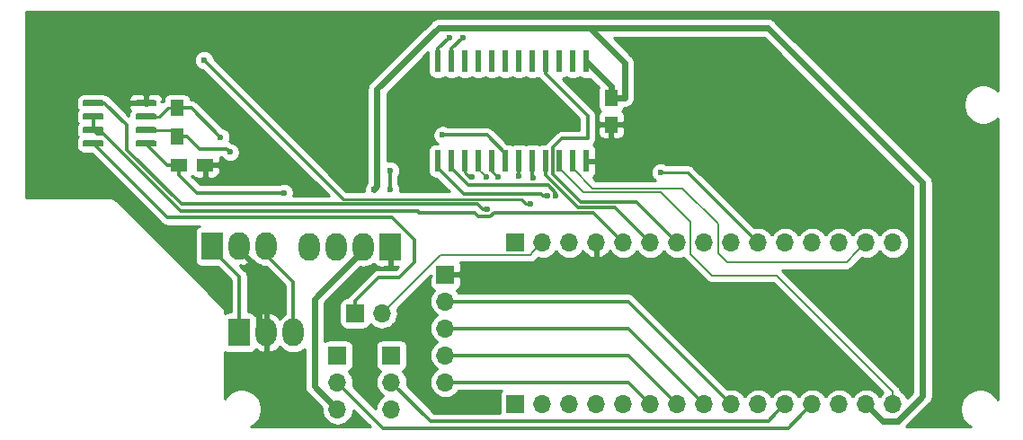
<source format=gbr>
G04 #@! TF.GenerationSoftware,KiCad,Pcbnew,(5.1.4-0-10_14)*
G04 #@! TF.CreationDate,2019-11-16T12:28:40+01:00*
G04 #@! TF.ProjectId,RWR Control Panel,52575220-436f-46e7-9472-6f6c2050616e,-*
G04 #@! TF.SameCoordinates,Original*
G04 #@! TF.FileFunction,Copper,L2,Bot*
G04 #@! TF.FilePolarity,Positive*
%FSLAX46Y46*%
G04 Gerber Fmt 4.6, Leading zero omitted, Abs format (unit mm)*
G04 Created by KiCad (PCBNEW (5.1.4-0-10_14)) date 2019-11-16 12:28:40*
%MOMM*%
%LPD*%
G04 APERTURE LIST*
%ADD10C,0.100000*%
%ADD11C,0.600000*%
%ADD12R,1.700000X1.700000*%
%ADD13O,1.700000X1.700000*%
%ADD14R,1.500000X1.250000*%
%ADD15R,1.250000X1.500000*%
%ADD16R,1.300000X1.500000*%
%ADD17R,0.600000X2.000000*%
%ADD18R,2.000000X2.600000*%
%ADD19O,2.000000X2.600000*%
%ADD20C,0.304800*%
%ADD21C,0.177800*%
%ADD22C,0.609600*%
%ADD23C,0.228600*%
%ADD24C,0.254000*%
G04 APERTURE END LIST*
D10*
G36*
X113753903Y-94595122D02*
G01*
X113768464Y-94597282D01*
X113782743Y-94600859D01*
X113796603Y-94605818D01*
X113809910Y-94612112D01*
X113822536Y-94619680D01*
X113834359Y-94628448D01*
X113845266Y-94638334D01*
X113855152Y-94649241D01*
X113863920Y-94661064D01*
X113871488Y-94673690D01*
X113877782Y-94686997D01*
X113882741Y-94700857D01*
X113886318Y-94715136D01*
X113888478Y-94729697D01*
X113889200Y-94744400D01*
X113889200Y-95044400D01*
X113888478Y-95059103D01*
X113886318Y-95073664D01*
X113882741Y-95087943D01*
X113877782Y-95101803D01*
X113871488Y-95115110D01*
X113863920Y-95127736D01*
X113855152Y-95139559D01*
X113845266Y-95150466D01*
X113834359Y-95160352D01*
X113822536Y-95169120D01*
X113809910Y-95176688D01*
X113796603Y-95182982D01*
X113782743Y-95187941D01*
X113768464Y-95191518D01*
X113753903Y-95193678D01*
X113739200Y-95194400D01*
X112089200Y-95194400D01*
X112074497Y-95193678D01*
X112059936Y-95191518D01*
X112045657Y-95187941D01*
X112031797Y-95182982D01*
X112018490Y-95176688D01*
X112005864Y-95169120D01*
X111994041Y-95160352D01*
X111983134Y-95150466D01*
X111973248Y-95139559D01*
X111964480Y-95127736D01*
X111956912Y-95115110D01*
X111950618Y-95101803D01*
X111945659Y-95087943D01*
X111942082Y-95073664D01*
X111939922Y-95059103D01*
X111939200Y-95044400D01*
X111939200Y-94744400D01*
X111939922Y-94729697D01*
X111942082Y-94715136D01*
X111945659Y-94700857D01*
X111950618Y-94686997D01*
X111956912Y-94673690D01*
X111964480Y-94661064D01*
X111973248Y-94649241D01*
X111983134Y-94638334D01*
X111994041Y-94628448D01*
X112005864Y-94619680D01*
X112018490Y-94612112D01*
X112031797Y-94605818D01*
X112045657Y-94600859D01*
X112059936Y-94597282D01*
X112074497Y-94595122D01*
X112089200Y-94594400D01*
X113739200Y-94594400D01*
X113753903Y-94595122D01*
X113753903Y-94595122D01*
G37*
D11*
X112914200Y-94894400D03*
D10*
G36*
X113753903Y-93325122D02*
G01*
X113768464Y-93327282D01*
X113782743Y-93330859D01*
X113796603Y-93335818D01*
X113809910Y-93342112D01*
X113822536Y-93349680D01*
X113834359Y-93358448D01*
X113845266Y-93368334D01*
X113855152Y-93379241D01*
X113863920Y-93391064D01*
X113871488Y-93403690D01*
X113877782Y-93416997D01*
X113882741Y-93430857D01*
X113886318Y-93445136D01*
X113888478Y-93459697D01*
X113889200Y-93474400D01*
X113889200Y-93774400D01*
X113888478Y-93789103D01*
X113886318Y-93803664D01*
X113882741Y-93817943D01*
X113877782Y-93831803D01*
X113871488Y-93845110D01*
X113863920Y-93857736D01*
X113855152Y-93869559D01*
X113845266Y-93880466D01*
X113834359Y-93890352D01*
X113822536Y-93899120D01*
X113809910Y-93906688D01*
X113796603Y-93912982D01*
X113782743Y-93917941D01*
X113768464Y-93921518D01*
X113753903Y-93923678D01*
X113739200Y-93924400D01*
X112089200Y-93924400D01*
X112074497Y-93923678D01*
X112059936Y-93921518D01*
X112045657Y-93917941D01*
X112031797Y-93912982D01*
X112018490Y-93906688D01*
X112005864Y-93899120D01*
X111994041Y-93890352D01*
X111983134Y-93880466D01*
X111973248Y-93869559D01*
X111964480Y-93857736D01*
X111956912Y-93845110D01*
X111950618Y-93831803D01*
X111945659Y-93817943D01*
X111942082Y-93803664D01*
X111939922Y-93789103D01*
X111939200Y-93774400D01*
X111939200Y-93474400D01*
X111939922Y-93459697D01*
X111942082Y-93445136D01*
X111945659Y-93430857D01*
X111950618Y-93416997D01*
X111956912Y-93403690D01*
X111964480Y-93391064D01*
X111973248Y-93379241D01*
X111983134Y-93368334D01*
X111994041Y-93358448D01*
X112005864Y-93349680D01*
X112018490Y-93342112D01*
X112031797Y-93335818D01*
X112045657Y-93330859D01*
X112059936Y-93327282D01*
X112074497Y-93325122D01*
X112089200Y-93324400D01*
X113739200Y-93324400D01*
X113753903Y-93325122D01*
X113753903Y-93325122D01*
G37*
D11*
X112914200Y-93624400D03*
D10*
G36*
X113753903Y-92055122D02*
G01*
X113768464Y-92057282D01*
X113782743Y-92060859D01*
X113796603Y-92065818D01*
X113809910Y-92072112D01*
X113822536Y-92079680D01*
X113834359Y-92088448D01*
X113845266Y-92098334D01*
X113855152Y-92109241D01*
X113863920Y-92121064D01*
X113871488Y-92133690D01*
X113877782Y-92146997D01*
X113882741Y-92160857D01*
X113886318Y-92175136D01*
X113888478Y-92189697D01*
X113889200Y-92204400D01*
X113889200Y-92504400D01*
X113888478Y-92519103D01*
X113886318Y-92533664D01*
X113882741Y-92547943D01*
X113877782Y-92561803D01*
X113871488Y-92575110D01*
X113863920Y-92587736D01*
X113855152Y-92599559D01*
X113845266Y-92610466D01*
X113834359Y-92620352D01*
X113822536Y-92629120D01*
X113809910Y-92636688D01*
X113796603Y-92642982D01*
X113782743Y-92647941D01*
X113768464Y-92651518D01*
X113753903Y-92653678D01*
X113739200Y-92654400D01*
X112089200Y-92654400D01*
X112074497Y-92653678D01*
X112059936Y-92651518D01*
X112045657Y-92647941D01*
X112031797Y-92642982D01*
X112018490Y-92636688D01*
X112005864Y-92629120D01*
X111994041Y-92620352D01*
X111983134Y-92610466D01*
X111973248Y-92599559D01*
X111964480Y-92587736D01*
X111956912Y-92575110D01*
X111950618Y-92561803D01*
X111945659Y-92547943D01*
X111942082Y-92533664D01*
X111939922Y-92519103D01*
X111939200Y-92504400D01*
X111939200Y-92204400D01*
X111939922Y-92189697D01*
X111942082Y-92175136D01*
X111945659Y-92160857D01*
X111950618Y-92146997D01*
X111956912Y-92133690D01*
X111964480Y-92121064D01*
X111973248Y-92109241D01*
X111983134Y-92098334D01*
X111994041Y-92088448D01*
X112005864Y-92079680D01*
X112018490Y-92072112D01*
X112031797Y-92065818D01*
X112045657Y-92060859D01*
X112059936Y-92057282D01*
X112074497Y-92055122D01*
X112089200Y-92054400D01*
X113739200Y-92054400D01*
X113753903Y-92055122D01*
X113753903Y-92055122D01*
G37*
D11*
X112914200Y-92354400D03*
D10*
G36*
X113753903Y-90785122D02*
G01*
X113768464Y-90787282D01*
X113782743Y-90790859D01*
X113796603Y-90795818D01*
X113809910Y-90802112D01*
X113822536Y-90809680D01*
X113834359Y-90818448D01*
X113845266Y-90828334D01*
X113855152Y-90839241D01*
X113863920Y-90851064D01*
X113871488Y-90863690D01*
X113877782Y-90876997D01*
X113882741Y-90890857D01*
X113886318Y-90905136D01*
X113888478Y-90919697D01*
X113889200Y-90934400D01*
X113889200Y-91234400D01*
X113888478Y-91249103D01*
X113886318Y-91263664D01*
X113882741Y-91277943D01*
X113877782Y-91291803D01*
X113871488Y-91305110D01*
X113863920Y-91317736D01*
X113855152Y-91329559D01*
X113845266Y-91340466D01*
X113834359Y-91350352D01*
X113822536Y-91359120D01*
X113809910Y-91366688D01*
X113796603Y-91372982D01*
X113782743Y-91377941D01*
X113768464Y-91381518D01*
X113753903Y-91383678D01*
X113739200Y-91384400D01*
X112089200Y-91384400D01*
X112074497Y-91383678D01*
X112059936Y-91381518D01*
X112045657Y-91377941D01*
X112031797Y-91372982D01*
X112018490Y-91366688D01*
X112005864Y-91359120D01*
X111994041Y-91350352D01*
X111983134Y-91340466D01*
X111973248Y-91329559D01*
X111964480Y-91317736D01*
X111956912Y-91305110D01*
X111950618Y-91291803D01*
X111945659Y-91277943D01*
X111942082Y-91263664D01*
X111939922Y-91249103D01*
X111939200Y-91234400D01*
X111939200Y-90934400D01*
X111939922Y-90919697D01*
X111942082Y-90905136D01*
X111945659Y-90890857D01*
X111950618Y-90876997D01*
X111956912Y-90863690D01*
X111964480Y-90851064D01*
X111973248Y-90839241D01*
X111983134Y-90828334D01*
X111994041Y-90818448D01*
X112005864Y-90809680D01*
X112018490Y-90802112D01*
X112031797Y-90795818D01*
X112045657Y-90790859D01*
X112059936Y-90787282D01*
X112074497Y-90785122D01*
X112089200Y-90784400D01*
X113739200Y-90784400D01*
X113753903Y-90785122D01*
X113753903Y-90785122D01*
G37*
D11*
X112914200Y-91084400D03*
D10*
G36*
X108803903Y-90785122D02*
G01*
X108818464Y-90787282D01*
X108832743Y-90790859D01*
X108846603Y-90795818D01*
X108859910Y-90802112D01*
X108872536Y-90809680D01*
X108884359Y-90818448D01*
X108895266Y-90828334D01*
X108905152Y-90839241D01*
X108913920Y-90851064D01*
X108921488Y-90863690D01*
X108927782Y-90876997D01*
X108932741Y-90890857D01*
X108936318Y-90905136D01*
X108938478Y-90919697D01*
X108939200Y-90934400D01*
X108939200Y-91234400D01*
X108938478Y-91249103D01*
X108936318Y-91263664D01*
X108932741Y-91277943D01*
X108927782Y-91291803D01*
X108921488Y-91305110D01*
X108913920Y-91317736D01*
X108905152Y-91329559D01*
X108895266Y-91340466D01*
X108884359Y-91350352D01*
X108872536Y-91359120D01*
X108859910Y-91366688D01*
X108846603Y-91372982D01*
X108832743Y-91377941D01*
X108818464Y-91381518D01*
X108803903Y-91383678D01*
X108789200Y-91384400D01*
X107139200Y-91384400D01*
X107124497Y-91383678D01*
X107109936Y-91381518D01*
X107095657Y-91377941D01*
X107081797Y-91372982D01*
X107068490Y-91366688D01*
X107055864Y-91359120D01*
X107044041Y-91350352D01*
X107033134Y-91340466D01*
X107023248Y-91329559D01*
X107014480Y-91317736D01*
X107006912Y-91305110D01*
X107000618Y-91291803D01*
X106995659Y-91277943D01*
X106992082Y-91263664D01*
X106989922Y-91249103D01*
X106989200Y-91234400D01*
X106989200Y-90934400D01*
X106989922Y-90919697D01*
X106992082Y-90905136D01*
X106995659Y-90890857D01*
X107000618Y-90876997D01*
X107006912Y-90863690D01*
X107014480Y-90851064D01*
X107023248Y-90839241D01*
X107033134Y-90828334D01*
X107044041Y-90818448D01*
X107055864Y-90809680D01*
X107068490Y-90802112D01*
X107081797Y-90795818D01*
X107095657Y-90790859D01*
X107109936Y-90787282D01*
X107124497Y-90785122D01*
X107139200Y-90784400D01*
X108789200Y-90784400D01*
X108803903Y-90785122D01*
X108803903Y-90785122D01*
G37*
D11*
X107964200Y-91084400D03*
D10*
G36*
X108803903Y-92055122D02*
G01*
X108818464Y-92057282D01*
X108832743Y-92060859D01*
X108846603Y-92065818D01*
X108859910Y-92072112D01*
X108872536Y-92079680D01*
X108884359Y-92088448D01*
X108895266Y-92098334D01*
X108905152Y-92109241D01*
X108913920Y-92121064D01*
X108921488Y-92133690D01*
X108927782Y-92146997D01*
X108932741Y-92160857D01*
X108936318Y-92175136D01*
X108938478Y-92189697D01*
X108939200Y-92204400D01*
X108939200Y-92504400D01*
X108938478Y-92519103D01*
X108936318Y-92533664D01*
X108932741Y-92547943D01*
X108927782Y-92561803D01*
X108921488Y-92575110D01*
X108913920Y-92587736D01*
X108905152Y-92599559D01*
X108895266Y-92610466D01*
X108884359Y-92620352D01*
X108872536Y-92629120D01*
X108859910Y-92636688D01*
X108846603Y-92642982D01*
X108832743Y-92647941D01*
X108818464Y-92651518D01*
X108803903Y-92653678D01*
X108789200Y-92654400D01*
X107139200Y-92654400D01*
X107124497Y-92653678D01*
X107109936Y-92651518D01*
X107095657Y-92647941D01*
X107081797Y-92642982D01*
X107068490Y-92636688D01*
X107055864Y-92629120D01*
X107044041Y-92620352D01*
X107033134Y-92610466D01*
X107023248Y-92599559D01*
X107014480Y-92587736D01*
X107006912Y-92575110D01*
X107000618Y-92561803D01*
X106995659Y-92547943D01*
X106992082Y-92533664D01*
X106989922Y-92519103D01*
X106989200Y-92504400D01*
X106989200Y-92204400D01*
X106989922Y-92189697D01*
X106992082Y-92175136D01*
X106995659Y-92160857D01*
X107000618Y-92146997D01*
X107006912Y-92133690D01*
X107014480Y-92121064D01*
X107023248Y-92109241D01*
X107033134Y-92098334D01*
X107044041Y-92088448D01*
X107055864Y-92079680D01*
X107068490Y-92072112D01*
X107081797Y-92065818D01*
X107095657Y-92060859D01*
X107109936Y-92057282D01*
X107124497Y-92055122D01*
X107139200Y-92054400D01*
X108789200Y-92054400D01*
X108803903Y-92055122D01*
X108803903Y-92055122D01*
G37*
D11*
X107964200Y-92354400D03*
D10*
G36*
X108803903Y-93325122D02*
G01*
X108818464Y-93327282D01*
X108832743Y-93330859D01*
X108846603Y-93335818D01*
X108859910Y-93342112D01*
X108872536Y-93349680D01*
X108884359Y-93358448D01*
X108895266Y-93368334D01*
X108905152Y-93379241D01*
X108913920Y-93391064D01*
X108921488Y-93403690D01*
X108927782Y-93416997D01*
X108932741Y-93430857D01*
X108936318Y-93445136D01*
X108938478Y-93459697D01*
X108939200Y-93474400D01*
X108939200Y-93774400D01*
X108938478Y-93789103D01*
X108936318Y-93803664D01*
X108932741Y-93817943D01*
X108927782Y-93831803D01*
X108921488Y-93845110D01*
X108913920Y-93857736D01*
X108905152Y-93869559D01*
X108895266Y-93880466D01*
X108884359Y-93890352D01*
X108872536Y-93899120D01*
X108859910Y-93906688D01*
X108846603Y-93912982D01*
X108832743Y-93917941D01*
X108818464Y-93921518D01*
X108803903Y-93923678D01*
X108789200Y-93924400D01*
X107139200Y-93924400D01*
X107124497Y-93923678D01*
X107109936Y-93921518D01*
X107095657Y-93917941D01*
X107081797Y-93912982D01*
X107068490Y-93906688D01*
X107055864Y-93899120D01*
X107044041Y-93890352D01*
X107033134Y-93880466D01*
X107023248Y-93869559D01*
X107014480Y-93857736D01*
X107006912Y-93845110D01*
X107000618Y-93831803D01*
X106995659Y-93817943D01*
X106992082Y-93803664D01*
X106989922Y-93789103D01*
X106989200Y-93774400D01*
X106989200Y-93474400D01*
X106989922Y-93459697D01*
X106992082Y-93445136D01*
X106995659Y-93430857D01*
X107000618Y-93416997D01*
X107006912Y-93403690D01*
X107014480Y-93391064D01*
X107023248Y-93379241D01*
X107033134Y-93368334D01*
X107044041Y-93358448D01*
X107055864Y-93349680D01*
X107068490Y-93342112D01*
X107081797Y-93335818D01*
X107095657Y-93330859D01*
X107109936Y-93327282D01*
X107124497Y-93325122D01*
X107139200Y-93324400D01*
X108789200Y-93324400D01*
X108803903Y-93325122D01*
X108803903Y-93325122D01*
G37*
D11*
X107964200Y-93624400D03*
D10*
G36*
X108803903Y-94595122D02*
G01*
X108818464Y-94597282D01*
X108832743Y-94600859D01*
X108846603Y-94605818D01*
X108859910Y-94612112D01*
X108872536Y-94619680D01*
X108884359Y-94628448D01*
X108895266Y-94638334D01*
X108905152Y-94649241D01*
X108913920Y-94661064D01*
X108921488Y-94673690D01*
X108927782Y-94686997D01*
X108932741Y-94700857D01*
X108936318Y-94715136D01*
X108938478Y-94729697D01*
X108939200Y-94744400D01*
X108939200Y-95044400D01*
X108938478Y-95059103D01*
X108936318Y-95073664D01*
X108932741Y-95087943D01*
X108927782Y-95101803D01*
X108921488Y-95115110D01*
X108913920Y-95127736D01*
X108905152Y-95139559D01*
X108895266Y-95150466D01*
X108884359Y-95160352D01*
X108872536Y-95169120D01*
X108859910Y-95176688D01*
X108846603Y-95182982D01*
X108832743Y-95187941D01*
X108818464Y-95191518D01*
X108803903Y-95193678D01*
X108789200Y-95194400D01*
X107139200Y-95194400D01*
X107124497Y-95193678D01*
X107109936Y-95191518D01*
X107095657Y-95187941D01*
X107081797Y-95182982D01*
X107068490Y-95176688D01*
X107055864Y-95169120D01*
X107044041Y-95160352D01*
X107033134Y-95150466D01*
X107023248Y-95139559D01*
X107014480Y-95127736D01*
X107006912Y-95115110D01*
X107000618Y-95101803D01*
X106995659Y-95087943D01*
X106992082Y-95073664D01*
X106989922Y-95059103D01*
X106989200Y-95044400D01*
X106989200Y-94744400D01*
X106989922Y-94729697D01*
X106992082Y-94715136D01*
X106995659Y-94700857D01*
X107000618Y-94686997D01*
X107006912Y-94673690D01*
X107014480Y-94661064D01*
X107023248Y-94649241D01*
X107033134Y-94638334D01*
X107044041Y-94628448D01*
X107055864Y-94619680D01*
X107068490Y-94612112D01*
X107081797Y-94605818D01*
X107095657Y-94600859D01*
X107109936Y-94597282D01*
X107124497Y-94595122D01*
X107139200Y-94594400D01*
X108789200Y-94594400D01*
X108803903Y-94595122D01*
X108803903Y-94595122D01*
G37*
D11*
X107964200Y-94894400D03*
D12*
X130968750Y-114880401D03*
D13*
X130968750Y-117420401D03*
X130968750Y-119960401D03*
X136048750Y-119919750D03*
X136048750Y-117379750D03*
D12*
X136048750Y-114839750D03*
D13*
X141128750Y-117379750D03*
X141128750Y-114839750D03*
X141128750Y-112299750D03*
X141128750Y-109759750D03*
D12*
X141128750Y-107219750D03*
D14*
X116008150Y-96907350D03*
X118508150Y-96907350D03*
D15*
X156749750Y-93082750D03*
X156749750Y-90582750D03*
D16*
X115855750Y-91544150D03*
X115855750Y-94244150D03*
D17*
X154412950Y-87127350D03*
X153142950Y-87127350D03*
X151872950Y-87127350D03*
X150602950Y-87127350D03*
X149332950Y-87127350D03*
X148062950Y-87127350D03*
X146792950Y-87127350D03*
X145522950Y-87127350D03*
X144252950Y-87127350D03*
X142982950Y-87127350D03*
X141712950Y-87127350D03*
X140442950Y-87127350D03*
X140442950Y-96527350D03*
X141712950Y-96527350D03*
X142982950Y-96527350D03*
X144252950Y-96527350D03*
X145522950Y-96527350D03*
X146792950Y-96527350D03*
X148062950Y-96527350D03*
X149332950Y-96527350D03*
X150602950Y-96527350D03*
X151872950Y-96527350D03*
X153142950Y-96527350D03*
X154412950Y-96527350D03*
D12*
X147732750Y-104247950D03*
D13*
X150272750Y-104247950D03*
X152812750Y-104247950D03*
X155352750Y-104247950D03*
X157892750Y-104247950D03*
X160432750Y-104247950D03*
X162972750Y-104247950D03*
X165512750Y-104247950D03*
X168052750Y-104247950D03*
X170592750Y-104247950D03*
X173132750Y-104247950D03*
X175672750Y-104247950D03*
X178212750Y-104247950D03*
X180752750Y-104247950D03*
X183292750Y-104247950D03*
X183292750Y-119487950D03*
X180752750Y-119487950D03*
X178212750Y-119487950D03*
X175672750Y-119487950D03*
X173132750Y-119487950D03*
X170592750Y-119487950D03*
X168052750Y-119487950D03*
X165512750Y-119487950D03*
X162972750Y-119487950D03*
X160432750Y-119487950D03*
X157892750Y-119487950D03*
X155352750Y-119487950D03*
X152812750Y-119487950D03*
X150272750Y-119487950D03*
D12*
X147732750Y-119487950D03*
X132619750Y-110902750D03*
D13*
X135159750Y-110902750D03*
D18*
X135947150Y-104603550D03*
D19*
X133407150Y-104603550D03*
X130867150Y-104603550D03*
X128327150Y-104603550D03*
D18*
X119157750Y-104552750D03*
D19*
X121697750Y-104552750D03*
X124237750Y-104552750D03*
D18*
X121723150Y-112706150D03*
D19*
X124263150Y-112706150D03*
X126803150Y-112706150D03*
D11*
X145035778Y-101118220D03*
X184308750Y-88398350D03*
X111232950Y-88118950D03*
X127946150Y-94164150D03*
X120834150Y-97491550D03*
X149815550Y-94240350D03*
X184816750Y-94392750D03*
X185019950Y-99040950D03*
X168205150Y-91395550D03*
X153473150Y-93122750D03*
X125914150Y-99523550D03*
X134397750Y-99218750D03*
X119945150Y-94265750D03*
X120834150Y-95688150D03*
X118395750Y-87026750D03*
X149129750Y-100550571D03*
X135921750Y-99218750D03*
X135921750Y-97440750D03*
X161397950Y-97593150D03*
X141509750Y-84867750D03*
X151542750Y-99802950D03*
X144946844Y-98029740D03*
X140869960Y-94084328D03*
X149358352Y-98075750D03*
X146056350Y-98024950D03*
X142779750Y-84867750D03*
X148062950Y-97974150D03*
X143643350Y-98024950D03*
X150755350Y-99828350D03*
D20*
X144611514Y-101118220D02*
X145035778Y-101118220D01*
X107964200Y-91084400D02*
X109039200Y-91084400D01*
X109039200Y-91084400D02*
X111100979Y-93146179D01*
X111100979Y-93146179D02*
X111100979Y-95453736D01*
X111100979Y-95453736D02*
X116260910Y-100613667D01*
X116260910Y-100613667D02*
X144106961Y-100613667D01*
X144106961Y-100613667D02*
X144611514Y-101118220D01*
D21*
X149422751Y-105097949D02*
X150272750Y-104247950D01*
X149156049Y-105364651D02*
X149422751Y-105097949D01*
X140697849Y-105364651D02*
X149156049Y-105364651D01*
X135159750Y-110902750D02*
X140697849Y-105364651D01*
D22*
X123602739Y-106757739D02*
X123602739Y-112045739D01*
X123602739Y-112045739D02*
X124263150Y-112706150D01*
X121697750Y-104552750D02*
X121697750Y-104852750D01*
X121697750Y-104852750D02*
X123602739Y-106757739D01*
D20*
X107964200Y-92354400D02*
X107964200Y-93624400D01*
X108334910Y-93995110D02*
X108959838Y-93995110D01*
X108959838Y-93995110D02*
X116240868Y-101276140D01*
X145338275Y-101748421D02*
X145708946Y-101377750D01*
X116240868Y-101276140D02*
X138568430Y-101276140D01*
X157042751Y-103397951D02*
X157892750Y-104247950D01*
X138568430Y-101276140D02*
X138670040Y-101377750D01*
X143894540Y-101377750D02*
X144265211Y-101748421D01*
X144265211Y-101748421D02*
X145338275Y-101748421D01*
X145708946Y-101377750D02*
X155022550Y-101377750D01*
X138670040Y-101377750D02*
X143894540Y-101377750D01*
X107964200Y-93624400D02*
X108334910Y-93995110D01*
X155022550Y-101377750D02*
X157042751Y-103397951D01*
X114927150Y-96907350D02*
X116008150Y-96907350D01*
X112914200Y-94894400D02*
X114927150Y-96907350D01*
X116008150Y-97837150D02*
X116008150Y-96907350D01*
X125914150Y-99523550D02*
X117694550Y-99523550D01*
X116008150Y-97837150D02*
X117694550Y-99523550D01*
D22*
X156749750Y-89464150D02*
X154412950Y-87127350D01*
X156749750Y-90582750D02*
X156749750Y-89464150D01*
X158019750Y-90582750D02*
X156749750Y-90582750D01*
X134697749Y-98918751D02*
X134697749Y-89774751D01*
X134397750Y-99218750D02*
X134697749Y-98918751D01*
X134697749Y-89774751D02*
X140493750Y-83978750D01*
X140493750Y-83978750D02*
X154717750Y-83978750D01*
X154717750Y-83978750D02*
X158019750Y-87280750D01*
X158019750Y-87280750D02*
X158019750Y-90582750D01*
X133407150Y-104903550D02*
X128784350Y-109526350D01*
X133407150Y-104603550D02*
X133407150Y-104903550D01*
X128784350Y-117776001D02*
X130968750Y-119960401D01*
X128784350Y-109526350D02*
X128784350Y-117776001D01*
X182327550Y-121062750D02*
X180752750Y-119487950D01*
X183727792Y-121062750D02*
X182327550Y-121062750D01*
X186086750Y-118703792D02*
X183727792Y-121062750D01*
X186086750Y-98558350D02*
X186086750Y-118703792D01*
X154717750Y-83978750D02*
X171507150Y-83978750D01*
X171507150Y-83978750D02*
X186086750Y-98558350D01*
D20*
X121723150Y-111101350D02*
X121723150Y-112706150D01*
X121723150Y-107418150D02*
X121723150Y-111101350D01*
X119157750Y-104852750D02*
X121723150Y-107418150D01*
X119157750Y-104552750D02*
X119157750Y-104852750D01*
X117223550Y-91544150D02*
X115855750Y-91544150D01*
X119945150Y-94265750D02*
X117223550Y-91544150D01*
D23*
X113989200Y-92354400D02*
X112914200Y-92354400D01*
X114166900Y-92354400D02*
X113989200Y-92354400D01*
X114977150Y-91544150D02*
X114166900Y-92354400D01*
X115855750Y-91544150D02*
X114977150Y-91544150D01*
X115236000Y-93624400D02*
X115855750Y-94244150D01*
X112914200Y-93624400D02*
X115236000Y-93624400D01*
D20*
X116810550Y-94244150D02*
X115855750Y-94244150D01*
X117954551Y-95388151D02*
X116810550Y-94244150D01*
X120534151Y-95388151D02*
X117954551Y-95388151D01*
X120834150Y-95688150D02*
X120534151Y-95388151D01*
X126803150Y-107930950D02*
X126803150Y-112706150D01*
X124237750Y-104552750D02*
X124237750Y-105365550D01*
X124237750Y-105365550D02*
X126803150Y-107930950D01*
X108334910Y-95265110D02*
X107964200Y-94894400D01*
X132619750Y-110902750D02*
X132619750Y-109747950D01*
X114930161Y-101860361D02*
X108334910Y-95265110D01*
X132619750Y-109747950D02*
X134843150Y-107524550D01*
X134843150Y-107524550D02*
X136785350Y-107524550D01*
X136785350Y-107524550D02*
X138207750Y-106102150D01*
X138207750Y-106102150D02*
X138207750Y-103969788D01*
X136098323Y-101860361D02*
X114930161Y-101860361D01*
X138207750Y-103969788D02*
X136098323Y-101860361D01*
X159582751Y-103397951D02*
X160432750Y-104247950D01*
X157079939Y-100895139D02*
X159582751Y-103397951D01*
X153663862Y-100895139D02*
X157079939Y-100895139D01*
X150602950Y-96527350D02*
X150602950Y-97834227D01*
X150602950Y-97834227D02*
X153663862Y-100895139D01*
X162122751Y-103397951D02*
X162972750Y-104247950D01*
X159137328Y-100412528D02*
X162122751Y-103397951D01*
X151339550Y-97888312D02*
X153863766Y-100412528D01*
X151339550Y-97857551D02*
X151339550Y-97888312D01*
X151308789Y-97857551D02*
X151339550Y-97857551D01*
X151242749Y-97791511D02*
X151308789Y-97857551D01*
X150602950Y-88322150D02*
X154514550Y-92233750D01*
X150602950Y-87127350D02*
X150602950Y-88322150D01*
X154514550Y-92233750D02*
X154514550Y-94418150D01*
X154514550Y-94418150D02*
X152087788Y-94418150D01*
X152087788Y-94418150D02*
X151242749Y-95263189D01*
X153863766Y-100412528D02*
X159137328Y-100412528D01*
X151242749Y-95263189D02*
X151242749Y-97791511D01*
D23*
X148705486Y-100550571D02*
X149129750Y-100550571D01*
X148295999Y-100141084D02*
X148705486Y-100550571D01*
X118395750Y-87026750D02*
X131510084Y-100141084D01*
X131510084Y-100141084D02*
X148295999Y-100141084D01*
D20*
X135921750Y-99218750D02*
X135921750Y-97440750D01*
D23*
X163937950Y-97593150D02*
X170592750Y-104247950D01*
X161397950Y-97593150D02*
X163937950Y-97593150D01*
D21*
X153142950Y-96527350D02*
X153142950Y-97227350D01*
X153142950Y-97227350D02*
X155007339Y-99091739D01*
X179902751Y-105097949D02*
X180752750Y-104247950D01*
X167697150Y-106102150D02*
X178898550Y-106102150D01*
X178898550Y-106102150D02*
X179902751Y-105097949D01*
X166833550Y-105238550D02*
X167697150Y-106102150D01*
X166833550Y-102444550D02*
X166833550Y-105238550D01*
X163480739Y-99091739D02*
X166833550Y-102444550D01*
X155007339Y-99091739D02*
X163480739Y-99091739D01*
D20*
X158324550Y-117379750D02*
X160432750Y-119487950D01*
X141128750Y-117379750D02*
X158324550Y-117379750D01*
X158324550Y-114839750D02*
X162972750Y-119487950D01*
X141128750Y-114839750D02*
X158324550Y-114839750D01*
X158324550Y-112299750D02*
X165512750Y-119487950D01*
X141128750Y-112299750D02*
X158324550Y-112299750D01*
X158324550Y-109759750D02*
X168052750Y-119487950D01*
X141128750Y-109759750D02*
X158324550Y-109759750D01*
X172282751Y-120337949D02*
X173132750Y-119487950D01*
X171557950Y-121062750D02*
X172282751Y-120337949D01*
X139731750Y-121062750D02*
X171557950Y-121062750D01*
X136048750Y-117379750D02*
X139731750Y-121062750D01*
X174822751Y-120337949D02*
X175672750Y-119487950D01*
X173462950Y-121697750D02*
X174822751Y-120337949D01*
X135246099Y-121697750D02*
X173462950Y-121697750D01*
X130968750Y-117420401D02*
X135246099Y-121697750D01*
D21*
X151872950Y-97227350D02*
X151872950Y-96527350D01*
X154092950Y-99447350D02*
X151872950Y-97227350D01*
X161423350Y-99447350D02*
X154092950Y-99447350D01*
X183292750Y-118285869D02*
X172328231Y-107321350D01*
X183292750Y-119487950D02*
X183292750Y-118285869D01*
X172328231Y-107321350D02*
X166223950Y-107321350D01*
X166223950Y-107321350D02*
X164217350Y-105314750D01*
X164217350Y-105314750D02*
X164217350Y-102241350D01*
X164217350Y-102241350D02*
X161423350Y-99447350D01*
D20*
X140442950Y-85934550D02*
X140442950Y-87127350D01*
X141509750Y-84867750D02*
X140442950Y-85934550D01*
X151542750Y-99530652D02*
X151542750Y-99802950D01*
X143267752Y-98782152D02*
X150794250Y-98782152D01*
X141712950Y-97227350D02*
X143267752Y-98782152D01*
X150794250Y-98782152D02*
X151542750Y-99530652D01*
X141712950Y-96527350D02*
X141712950Y-97227350D01*
D21*
X144646845Y-97729741D02*
X144946844Y-98029740D01*
X144252950Y-97335846D02*
X144646845Y-97729741D01*
X144252950Y-96527350D02*
X144252950Y-97335846D01*
D20*
X146792950Y-96527350D02*
X146792950Y-95827350D01*
X145049928Y-94084328D02*
X141294224Y-94084328D01*
X146792950Y-95827350D02*
X145049928Y-94084328D01*
X141294224Y-94084328D02*
X140869960Y-94084328D01*
X149332950Y-96527350D02*
X149332950Y-98050348D01*
X149332950Y-98050348D02*
X149358352Y-98075750D01*
D23*
X145522950Y-96527350D02*
X145522950Y-97491550D01*
X145522950Y-97491550D02*
X146056350Y-98024950D01*
D20*
X141712950Y-85934550D02*
X141712950Y-87127350D01*
X142779750Y-84867750D02*
X141712950Y-85934550D01*
X148062950Y-96527350D02*
X148062950Y-97974150D01*
D23*
X142982950Y-97593150D02*
X142982950Y-96527350D01*
X143643350Y-98024950D02*
X143414750Y-98024950D01*
X143414750Y-98024950D02*
X142982950Y-97593150D01*
D20*
X140442950Y-97227350D02*
X142866150Y-99650550D01*
X140442950Y-96527350D02*
X140442950Y-97227350D01*
X150331086Y-99828350D02*
X150755350Y-99828350D01*
X150153286Y-99650550D02*
X150331086Y-99828350D01*
X142866150Y-99650550D02*
X150153286Y-99650550D01*
D24*
G36*
X193162250Y-89912457D02*
G01*
X193003368Y-89753575D01*
X192694632Y-89547284D01*
X192351584Y-89405189D01*
X191987406Y-89332750D01*
X191616094Y-89332750D01*
X191251916Y-89405189D01*
X190908868Y-89547284D01*
X190600132Y-89753575D01*
X190337575Y-90016132D01*
X190131284Y-90324868D01*
X189989189Y-90667916D01*
X189916750Y-91032094D01*
X189916750Y-91403406D01*
X189989189Y-91767584D01*
X190131284Y-92110632D01*
X190337575Y-92419368D01*
X190600132Y-92681925D01*
X190908868Y-92888216D01*
X191251916Y-93030311D01*
X191616094Y-93102750D01*
X191987406Y-93102750D01*
X192351584Y-93030311D01*
X192694632Y-92888216D01*
X193003368Y-92681925D01*
X193162250Y-92523043D01*
X193162251Y-119045059D01*
X193154716Y-119026868D01*
X192948425Y-118718132D01*
X192685868Y-118455575D01*
X192377132Y-118249284D01*
X192034084Y-118107189D01*
X191669906Y-118034750D01*
X191298594Y-118034750D01*
X190934416Y-118107189D01*
X190591368Y-118249284D01*
X190282632Y-118455575D01*
X190020075Y-118718132D01*
X189813784Y-119026868D01*
X189671689Y-119369916D01*
X189599250Y-119734094D01*
X189599250Y-120105406D01*
X189671689Y-120469584D01*
X189813784Y-120812632D01*
X190020075Y-121121368D01*
X190282632Y-121383925D01*
X190591368Y-121590216D01*
X190609557Y-121597750D01*
X184521868Y-121597750D01*
X186718646Y-119400974D01*
X186754504Y-119371546D01*
X186785652Y-119333593D01*
X186871945Y-119228444D01*
X186871946Y-119228443D01*
X186959213Y-119065178D01*
X187012952Y-118888025D01*
X187026550Y-118749959D01*
X187026550Y-118749950D01*
X187031096Y-118703793D01*
X187026550Y-118657636D01*
X187026550Y-98604506D01*
X187031096Y-98558349D01*
X187026550Y-98512192D01*
X187026550Y-98512183D01*
X187012952Y-98374117D01*
X186959213Y-98196964D01*
X186918591Y-98120965D01*
X186871946Y-98033698D01*
X186822578Y-97973544D01*
X186754504Y-97890596D01*
X186718640Y-97861163D01*
X172204341Y-83346865D01*
X172174904Y-83310996D01*
X172031801Y-83193554D01*
X171868536Y-83106287D01*
X171691383Y-83052548D01*
X171553317Y-83038950D01*
X171553307Y-83038950D01*
X171507150Y-83034404D01*
X171460993Y-83038950D01*
X154763907Y-83038950D01*
X154717750Y-83034404D01*
X154671593Y-83038950D01*
X140539906Y-83038950D01*
X140493749Y-83034404D01*
X140447592Y-83038950D01*
X140447583Y-83038950D01*
X140309517Y-83052548D01*
X140132364Y-83106287D01*
X139969099Y-83193554D01*
X139825996Y-83310996D01*
X139796568Y-83346854D01*
X134065859Y-89077565D01*
X134029996Y-89106997D01*
X134000566Y-89142858D01*
X133912553Y-89250100D01*
X133825287Y-89413365D01*
X133771548Y-89590518D01*
X133753403Y-89774751D01*
X133757950Y-89820918D01*
X133757949Y-98529475D01*
X133700567Y-98586857D01*
X133612554Y-98694099D01*
X133525288Y-98857364D01*
X133471549Y-99034517D01*
X133453404Y-99218750D01*
X133470446Y-99391784D01*
X131820454Y-99391784D01*
X119322660Y-86893991D01*
X119294818Y-86754021D01*
X119224336Y-86583861D01*
X119122012Y-86430722D01*
X118991778Y-86300488D01*
X118838639Y-86198164D01*
X118668479Y-86127682D01*
X118487839Y-86091750D01*
X118303661Y-86091750D01*
X118123021Y-86127682D01*
X117952861Y-86198164D01*
X117799722Y-86300488D01*
X117669488Y-86430722D01*
X117567164Y-86583861D01*
X117496682Y-86754021D01*
X117460750Y-86934661D01*
X117460750Y-87118839D01*
X117496682Y-87299479D01*
X117567164Y-87469639D01*
X117669488Y-87622778D01*
X117799722Y-87753012D01*
X117952861Y-87855336D01*
X118123021Y-87925818D01*
X118262991Y-87953660D01*
X130135597Y-99826267D01*
X126800797Y-99826267D01*
X126813218Y-99796279D01*
X126849150Y-99615639D01*
X126849150Y-99431461D01*
X126813218Y-99250821D01*
X126742736Y-99080661D01*
X126640412Y-98927522D01*
X126510178Y-98797288D01*
X126357039Y-98694964D01*
X126186879Y-98624482D01*
X126006239Y-98588550D01*
X125822061Y-98588550D01*
X125641421Y-98624482D01*
X125471261Y-98694964D01*
X125409622Y-98736150D01*
X118020701Y-98736150D01*
X117235817Y-97951267D01*
X117258150Y-97924054D01*
X117306965Y-97983535D01*
X117403656Y-98062887D01*
X117513970Y-98121852D01*
X117633668Y-98158162D01*
X117758150Y-98170422D01*
X118222400Y-98167350D01*
X118381150Y-98008600D01*
X118381150Y-97034350D01*
X118635150Y-97034350D01*
X118635150Y-98008600D01*
X118793900Y-98167350D01*
X119258150Y-98170422D01*
X119382632Y-98158162D01*
X119502330Y-98121852D01*
X119612644Y-98062887D01*
X119709335Y-97983535D01*
X119788687Y-97886844D01*
X119847652Y-97776530D01*
X119883962Y-97656832D01*
X119896222Y-97532350D01*
X119893150Y-97193100D01*
X119734400Y-97034350D01*
X118635150Y-97034350D01*
X118381150Y-97034350D01*
X118361150Y-97034350D01*
X118361150Y-96780350D01*
X118381150Y-96780350D01*
X118381150Y-96760350D01*
X118635150Y-96760350D01*
X118635150Y-96780350D01*
X119734400Y-96780350D01*
X119893150Y-96621600D01*
X119896222Y-96282350D01*
X119885704Y-96175551D01*
X120035306Y-96175551D01*
X120107888Y-96284178D01*
X120238122Y-96414412D01*
X120391261Y-96516736D01*
X120561421Y-96587218D01*
X120742061Y-96623150D01*
X120926239Y-96623150D01*
X121106879Y-96587218D01*
X121277039Y-96516736D01*
X121430178Y-96414412D01*
X121560412Y-96284178D01*
X121662736Y-96131039D01*
X121733218Y-95960879D01*
X121769150Y-95780239D01*
X121769150Y-95596061D01*
X121733218Y-95415421D01*
X121662736Y-95245261D01*
X121560412Y-95092122D01*
X121430178Y-94961888D01*
X121277039Y-94859564D01*
X121106879Y-94789082D01*
X121025688Y-94772932D01*
X120973723Y-94730285D01*
X120836934Y-94657169D01*
X120799730Y-94645883D01*
X120844218Y-94538479D01*
X120880150Y-94357839D01*
X120880150Y-94173661D01*
X120844218Y-93993021D01*
X120773736Y-93822861D01*
X120671412Y-93669722D01*
X120541178Y-93539488D01*
X120388039Y-93437164D01*
X120217879Y-93366682D01*
X120145171Y-93352219D01*
X117807678Y-91014728D01*
X117783019Y-90984681D01*
X117663122Y-90886284D01*
X117526333Y-90813168D01*
X117377907Y-90768144D01*
X117262223Y-90756750D01*
X117262213Y-90756750D01*
X117223550Y-90752942D01*
X117184887Y-90756750D01*
X117140139Y-90756750D01*
X117131562Y-90669668D01*
X117095252Y-90549970D01*
X117036287Y-90439656D01*
X116956935Y-90342965D01*
X116860244Y-90263613D01*
X116749930Y-90204648D01*
X116630232Y-90168338D01*
X116505750Y-90156078D01*
X115205750Y-90156078D01*
X115081268Y-90168338D01*
X114961570Y-90204648D01*
X114851256Y-90263613D01*
X114754565Y-90342965D01*
X114675213Y-90439656D01*
X114616248Y-90549970D01*
X114579938Y-90669668D01*
X114567678Y-90794150D01*
X114567678Y-90913396D01*
X114558847Y-90918116D01*
X114510981Y-90957398D01*
X114365452Y-90957398D01*
X114524200Y-90798650D01*
X114527272Y-90784400D01*
X114515012Y-90659918D01*
X114478702Y-90540220D01*
X114419737Y-90429906D01*
X114340385Y-90333215D01*
X114243694Y-90253863D01*
X114133380Y-90194898D01*
X114013682Y-90158588D01*
X113889200Y-90146328D01*
X113199950Y-90149400D01*
X113041200Y-90308150D01*
X113041200Y-90957400D01*
X113061200Y-90957400D01*
X113061200Y-91211400D01*
X113041200Y-91211400D01*
X113041200Y-91231400D01*
X112787200Y-91231400D01*
X112787200Y-91211400D01*
X111462950Y-91211400D01*
X111304200Y-91370150D01*
X111301128Y-91384400D01*
X111313388Y-91508882D01*
X111349698Y-91628580D01*
X111408663Y-91738894D01*
X111432930Y-91768464D01*
X111361116Y-91902818D01*
X111316271Y-92050655D01*
X111301128Y-92204400D01*
X111301128Y-92232777D01*
X109852751Y-90784400D01*
X111301128Y-90784400D01*
X111304200Y-90798650D01*
X111462950Y-90957400D01*
X112787200Y-90957400D01*
X112787200Y-90308150D01*
X112628450Y-90149400D01*
X111939200Y-90146328D01*
X111814718Y-90158588D01*
X111695020Y-90194898D01*
X111584706Y-90253863D01*
X111488015Y-90333215D01*
X111408663Y-90429906D01*
X111349698Y-90540220D01*
X111313388Y-90659918D01*
X111301128Y-90784400D01*
X109852751Y-90784400D01*
X109623328Y-90554978D01*
X109598669Y-90524931D01*
X109478772Y-90426534D01*
X109341983Y-90353418D01*
X109303199Y-90341653D01*
X109227029Y-90279142D01*
X109090782Y-90206316D01*
X108942945Y-90161471D01*
X108789200Y-90146328D01*
X107139200Y-90146328D01*
X106985455Y-90161471D01*
X106837618Y-90206316D01*
X106701371Y-90279142D01*
X106581949Y-90377149D01*
X106483942Y-90496571D01*
X106411116Y-90632818D01*
X106366271Y-90780655D01*
X106351128Y-90934400D01*
X106351128Y-91234400D01*
X106366271Y-91388145D01*
X106411116Y-91535982D01*
X106483942Y-91672229D01*
X106522654Y-91719400D01*
X106483942Y-91766571D01*
X106411116Y-91902818D01*
X106366271Y-92050655D01*
X106351128Y-92204400D01*
X106351128Y-92504400D01*
X106366271Y-92658145D01*
X106411116Y-92805982D01*
X106483942Y-92942229D01*
X106522654Y-92989400D01*
X106483942Y-93036571D01*
X106411116Y-93172818D01*
X106366271Y-93320655D01*
X106351128Y-93474400D01*
X106351128Y-93774400D01*
X106366271Y-93928145D01*
X106411116Y-94075982D01*
X106483942Y-94212229D01*
X106522654Y-94259400D01*
X106483942Y-94306571D01*
X106411116Y-94442818D01*
X106366271Y-94590655D01*
X106351128Y-94744400D01*
X106351128Y-95044400D01*
X106366271Y-95198145D01*
X106411116Y-95345982D01*
X106483942Y-95482229D01*
X106581949Y-95601651D01*
X106701371Y-95699658D01*
X106837618Y-95772484D01*
X106985455Y-95817329D01*
X107139200Y-95832472D01*
X107788721Y-95832472D01*
X107805485Y-95849236D01*
X114346042Y-102389794D01*
X114370692Y-102419830D01*
X114400728Y-102444480D01*
X114400730Y-102444482D01*
X114400813Y-102444550D01*
X114490589Y-102518227D01*
X114627378Y-102591343D01*
X114775804Y-102636367D01*
X114891488Y-102647761D01*
X114891497Y-102647761D01*
X114930160Y-102651569D01*
X114968823Y-102647761D01*
X117964624Y-102647761D01*
X117913570Y-102663248D01*
X117803256Y-102722213D01*
X117706565Y-102801565D01*
X117627213Y-102898256D01*
X117568248Y-103008570D01*
X117531938Y-103128268D01*
X117519678Y-103252750D01*
X117519678Y-105852750D01*
X117531938Y-105977232D01*
X117568248Y-106096930D01*
X117627213Y-106207244D01*
X117706565Y-106303935D01*
X117803256Y-106383287D01*
X117913570Y-106442252D01*
X118033268Y-106478562D01*
X118157750Y-106490822D01*
X119682271Y-106490822D01*
X120935750Y-107744302D01*
X120935751Y-110768078D01*
X120723150Y-110768078D01*
X120598668Y-110780338D01*
X120478970Y-110816648D01*
X120368656Y-110875613D01*
X120337250Y-110901387D01*
X120337250Y-110778855D01*
X120340806Y-110742750D01*
X120326615Y-110598665D01*
X120284587Y-110460116D01*
X120216337Y-110332430D01*
X120147503Y-110248556D01*
X120124488Y-110220512D01*
X120096443Y-110197496D01*
X110147509Y-100248563D01*
X110124488Y-100220512D01*
X110012570Y-100128663D01*
X109884883Y-100060413D01*
X109746335Y-100018385D01*
X109638355Y-100007750D01*
X109602250Y-100004194D01*
X109566145Y-100007750D01*
X101604750Y-100007750D01*
X101604750Y-82427750D01*
X193162250Y-82427750D01*
X193162250Y-89912457D01*
X193162250Y-89912457D01*
G37*
X193162250Y-89912457D02*
X193003368Y-89753575D01*
X192694632Y-89547284D01*
X192351584Y-89405189D01*
X191987406Y-89332750D01*
X191616094Y-89332750D01*
X191251916Y-89405189D01*
X190908868Y-89547284D01*
X190600132Y-89753575D01*
X190337575Y-90016132D01*
X190131284Y-90324868D01*
X189989189Y-90667916D01*
X189916750Y-91032094D01*
X189916750Y-91403406D01*
X189989189Y-91767584D01*
X190131284Y-92110632D01*
X190337575Y-92419368D01*
X190600132Y-92681925D01*
X190908868Y-92888216D01*
X191251916Y-93030311D01*
X191616094Y-93102750D01*
X191987406Y-93102750D01*
X192351584Y-93030311D01*
X192694632Y-92888216D01*
X193003368Y-92681925D01*
X193162250Y-92523043D01*
X193162251Y-119045059D01*
X193154716Y-119026868D01*
X192948425Y-118718132D01*
X192685868Y-118455575D01*
X192377132Y-118249284D01*
X192034084Y-118107189D01*
X191669906Y-118034750D01*
X191298594Y-118034750D01*
X190934416Y-118107189D01*
X190591368Y-118249284D01*
X190282632Y-118455575D01*
X190020075Y-118718132D01*
X189813784Y-119026868D01*
X189671689Y-119369916D01*
X189599250Y-119734094D01*
X189599250Y-120105406D01*
X189671689Y-120469584D01*
X189813784Y-120812632D01*
X190020075Y-121121368D01*
X190282632Y-121383925D01*
X190591368Y-121590216D01*
X190609557Y-121597750D01*
X184521868Y-121597750D01*
X186718646Y-119400974D01*
X186754504Y-119371546D01*
X186785652Y-119333593D01*
X186871945Y-119228444D01*
X186871946Y-119228443D01*
X186959213Y-119065178D01*
X187012952Y-118888025D01*
X187026550Y-118749959D01*
X187026550Y-118749950D01*
X187031096Y-118703793D01*
X187026550Y-118657636D01*
X187026550Y-98604506D01*
X187031096Y-98558349D01*
X187026550Y-98512192D01*
X187026550Y-98512183D01*
X187012952Y-98374117D01*
X186959213Y-98196964D01*
X186918591Y-98120965D01*
X186871946Y-98033698D01*
X186822578Y-97973544D01*
X186754504Y-97890596D01*
X186718640Y-97861163D01*
X172204341Y-83346865D01*
X172174904Y-83310996D01*
X172031801Y-83193554D01*
X171868536Y-83106287D01*
X171691383Y-83052548D01*
X171553317Y-83038950D01*
X171553307Y-83038950D01*
X171507150Y-83034404D01*
X171460993Y-83038950D01*
X154763907Y-83038950D01*
X154717750Y-83034404D01*
X154671593Y-83038950D01*
X140539906Y-83038950D01*
X140493749Y-83034404D01*
X140447592Y-83038950D01*
X140447583Y-83038950D01*
X140309517Y-83052548D01*
X140132364Y-83106287D01*
X139969099Y-83193554D01*
X139825996Y-83310996D01*
X139796568Y-83346854D01*
X134065859Y-89077565D01*
X134029996Y-89106997D01*
X134000566Y-89142858D01*
X133912553Y-89250100D01*
X133825287Y-89413365D01*
X133771548Y-89590518D01*
X133753403Y-89774751D01*
X133757950Y-89820918D01*
X133757949Y-98529475D01*
X133700567Y-98586857D01*
X133612554Y-98694099D01*
X133525288Y-98857364D01*
X133471549Y-99034517D01*
X133453404Y-99218750D01*
X133470446Y-99391784D01*
X131820454Y-99391784D01*
X119322660Y-86893991D01*
X119294818Y-86754021D01*
X119224336Y-86583861D01*
X119122012Y-86430722D01*
X118991778Y-86300488D01*
X118838639Y-86198164D01*
X118668479Y-86127682D01*
X118487839Y-86091750D01*
X118303661Y-86091750D01*
X118123021Y-86127682D01*
X117952861Y-86198164D01*
X117799722Y-86300488D01*
X117669488Y-86430722D01*
X117567164Y-86583861D01*
X117496682Y-86754021D01*
X117460750Y-86934661D01*
X117460750Y-87118839D01*
X117496682Y-87299479D01*
X117567164Y-87469639D01*
X117669488Y-87622778D01*
X117799722Y-87753012D01*
X117952861Y-87855336D01*
X118123021Y-87925818D01*
X118262991Y-87953660D01*
X130135597Y-99826267D01*
X126800797Y-99826267D01*
X126813218Y-99796279D01*
X126849150Y-99615639D01*
X126849150Y-99431461D01*
X126813218Y-99250821D01*
X126742736Y-99080661D01*
X126640412Y-98927522D01*
X126510178Y-98797288D01*
X126357039Y-98694964D01*
X126186879Y-98624482D01*
X126006239Y-98588550D01*
X125822061Y-98588550D01*
X125641421Y-98624482D01*
X125471261Y-98694964D01*
X125409622Y-98736150D01*
X118020701Y-98736150D01*
X117235817Y-97951267D01*
X117258150Y-97924054D01*
X117306965Y-97983535D01*
X117403656Y-98062887D01*
X117513970Y-98121852D01*
X117633668Y-98158162D01*
X117758150Y-98170422D01*
X118222400Y-98167350D01*
X118381150Y-98008600D01*
X118381150Y-97034350D01*
X118635150Y-97034350D01*
X118635150Y-98008600D01*
X118793900Y-98167350D01*
X119258150Y-98170422D01*
X119382632Y-98158162D01*
X119502330Y-98121852D01*
X119612644Y-98062887D01*
X119709335Y-97983535D01*
X119788687Y-97886844D01*
X119847652Y-97776530D01*
X119883962Y-97656832D01*
X119896222Y-97532350D01*
X119893150Y-97193100D01*
X119734400Y-97034350D01*
X118635150Y-97034350D01*
X118381150Y-97034350D01*
X118361150Y-97034350D01*
X118361150Y-96780350D01*
X118381150Y-96780350D01*
X118381150Y-96760350D01*
X118635150Y-96760350D01*
X118635150Y-96780350D01*
X119734400Y-96780350D01*
X119893150Y-96621600D01*
X119896222Y-96282350D01*
X119885704Y-96175551D01*
X120035306Y-96175551D01*
X120107888Y-96284178D01*
X120238122Y-96414412D01*
X120391261Y-96516736D01*
X120561421Y-96587218D01*
X120742061Y-96623150D01*
X120926239Y-96623150D01*
X121106879Y-96587218D01*
X121277039Y-96516736D01*
X121430178Y-96414412D01*
X121560412Y-96284178D01*
X121662736Y-96131039D01*
X121733218Y-95960879D01*
X121769150Y-95780239D01*
X121769150Y-95596061D01*
X121733218Y-95415421D01*
X121662736Y-95245261D01*
X121560412Y-95092122D01*
X121430178Y-94961888D01*
X121277039Y-94859564D01*
X121106879Y-94789082D01*
X121025688Y-94772932D01*
X120973723Y-94730285D01*
X120836934Y-94657169D01*
X120799730Y-94645883D01*
X120844218Y-94538479D01*
X120880150Y-94357839D01*
X120880150Y-94173661D01*
X120844218Y-93993021D01*
X120773736Y-93822861D01*
X120671412Y-93669722D01*
X120541178Y-93539488D01*
X120388039Y-93437164D01*
X120217879Y-93366682D01*
X120145171Y-93352219D01*
X117807678Y-91014728D01*
X117783019Y-90984681D01*
X117663122Y-90886284D01*
X117526333Y-90813168D01*
X117377907Y-90768144D01*
X117262223Y-90756750D01*
X117262213Y-90756750D01*
X117223550Y-90752942D01*
X117184887Y-90756750D01*
X117140139Y-90756750D01*
X117131562Y-90669668D01*
X117095252Y-90549970D01*
X117036287Y-90439656D01*
X116956935Y-90342965D01*
X116860244Y-90263613D01*
X116749930Y-90204648D01*
X116630232Y-90168338D01*
X116505750Y-90156078D01*
X115205750Y-90156078D01*
X115081268Y-90168338D01*
X114961570Y-90204648D01*
X114851256Y-90263613D01*
X114754565Y-90342965D01*
X114675213Y-90439656D01*
X114616248Y-90549970D01*
X114579938Y-90669668D01*
X114567678Y-90794150D01*
X114567678Y-90913396D01*
X114558847Y-90918116D01*
X114510981Y-90957398D01*
X114365452Y-90957398D01*
X114524200Y-90798650D01*
X114527272Y-90784400D01*
X114515012Y-90659918D01*
X114478702Y-90540220D01*
X114419737Y-90429906D01*
X114340385Y-90333215D01*
X114243694Y-90253863D01*
X114133380Y-90194898D01*
X114013682Y-90158588D01*
X113889200Y-90146328D01*
X113199950Y-90149400D01*
X113041200Y-90308150D01*
X113041200Y-90957400D01*
X113061200Y-90957400D01*
X113061200Y-91211400D01*
X113041200Y-91211400D01*
X113041200Y-91231400D01*
X112787200Y-91231400D01*
X112787200Y-91211400D01*
X111462950Y-91211400D01*
X111304200Y-91370150D01*
X111301128Y-91384400D01*
X111313388Y-91508882D01*
X111349698Y-91628580D01*
X111408663Y-91738894D01*
X111432930Y-91768464D01*
X111361116Y-91902818D01*
X111316271Y-92050655D01*
X111301128Y-92204400D01*
X111301128Y-92232777D01*
X109852751Y-90784400D01*
X111301128Y-90784400D01*
X111304200Y-90798650D01*
X111462950Y-90957400D01*
X112787200Y-90957400D01*
X112787200Y-90308150D01*
X112628450Y-90149400D01*
X111939200Y-90146328D01*
X111814718Y-90158588D01*
X111695020Y-90194898D01*
X111584706Y-90253863D01*
X111488015Y-90333215D01*
X111408663Y-90429906D01*
X111349698Y-90540220D01*
X111313388Y-90659918D01*
X111301128Y-90784400D01*
X109852751Y-90784400D01*
X109623328Y-90554978D01*
X109598669Y-90524931D01*
X109478772Y-90426534D01*
X109341983Y-90353418D01*
X109303199Y-90341653D01*
X109227029Y-90279142D01*
X109090782Y-90206316D01*
X108942945Y-90161471D01*
X108789200Y-90146328D01*
X107139200Y-90146328D01*
X106985455Y-90161471D01*
X106837618Y-90206316D01*
X106701371Y-90279142D01*
X106581949Y-90377149D01*
X106483942Y-90496571D01*
X106411116Y-90632818D01*
X106366271Y-90780655D01*
X106351128Y-90934400D01*
X106351128Y-91234400D01*
X106366271Y-91388145D01*
X106411116Y-91535982D01*
X106483942Y-91672229D01*
X106522654Y-91719400D01*
X106483942Y-91766571D01*
X106411116Y-91902818D01*
X106366271Y-92050655D01*
X106351128Y-92204400D01*
X106351128Y-92504400D01*
X106366271Y-92658145D01*
X106411116Y-92805982D01*
X106483942Y-92942229D01*
X106522654Y-92989400D01*
X106483942Y-93036571D01*
X106411116Y-93172818D01*
X106366271Y-93320655D01*
X106351128Y-93474400D01*
X106351128Y-93774400D01*
X106366271Y-93928145D01*
X106411116Y-94075982D01*
X106483942Y-94212229D01*
X106522654Y-94259400D01*
X106483942Y-94306571D01*
X106411116Y-94442818D01*
X106366271Y-94590655D01*
X106351128Y-94744400D01*
X106351128Y-95044400D01*
X106366271Y-95198145D01*
X106411116Y-95345982D01*
X106483942Y-95482229D01*
X106581949Y-95601651D01*
X106701371Y-95699658D01*
X106837618Y-95772484D01*
X106985455Y-95817329D01*
X107139200Y-95832472D01*
X107788721Y-95832472D01*
X107805485Y-95849236D01*
X114346042Y-102389794D01*
X114370692Y-102419830D01*
X114400728Y-102444480D01*
X114400730Y-102444482D01*
X114400813Y-102444550D01*
X114490589Y-102518227D01*
X114627378Y-102591343D01*
X114775804Y-102636367D01*
X114891488Y-102647761D01*
X114891497Y-102647761D01*
X114930160Y-102651569D01*
X114968823Y-102647761D01*
X117964624Y-102647761D01*
X117913570Y-102663248D01*
X117803256Y-102722213D01*
X117706565Y-102801565D01*
X117627213Y-102898256D01*
X117568248Y-103008570D01*
X117531938Y-103128268D01*
X117519678Y-103252750D01*
X117519678Y-105852750D01*
X117531938Y-105977232D01*
X117568248Y-106096930D01*
X117627213Y-106207244D01*
X117706565Y-106303935D01*
X117803256Y-106383287D01*
X117913570Y-106442252D01*
X118033268Y-106478562D01*
X118157750Y-106490822D01*
X119682271Y-106490822D01*
X120935750Y-107744302D01*
X120935751Y-110768078D01*
X120723150Y-110768078D01*
X120598668Y-110780338D01*
X120478970Y-110816648D01*
X120368656Y-110875613D01*
X120337250Y-110901387D01*
X120337250Y-110778855D01*
X120340806Y-110742750D01*
X120326615Y-110598665D01*
X120284587Y-110460116D01*
X120216337Y-110332430D01*
X120147503Y-110248556D01*
X120124488Y-110220512D01*
X120096443Y-110197496D01*
X110147509Y-100248563D01*
X110124488Y-100220512D01*
X110012570Y-100128663D01*
X109884883Y-100060413D01*
X109746335Y-100018385D01*
X109638355Y-100007750D01*
X109602250Y-100004194D01*
X109566145Y-100007750D01*
X101604750Y-100007750D01*
X101604750Y-82427750D01*
X193162250Y-82427750D01*
X193162250Y-89912457D01*
G36*
X123076036Y-106014464D02*
G01*
X123324999Y-106218781D01*
X123609036Y-106370602D01*
X123917235Y-106464093D01*
X124237750Y-106495661D01*
X124252826Y-106494176D01*
X126015750Y-108257102D01*
X126015751Y-110973117D01*
X125890398Y-111040119D01*
X125641436Y-111244436D01*
X125534866Y-111374293D01*
X125329467Y-111160228D01*
X125065911Y-110976140D01*
X124771505Y-110847006D01*
X124643584Y-110816026D01*
X124390150Y-110935373D01*
X124390150Y-112579150D01*
X124410150Y-112579150D01*
X124410150Y-112833150D01*
X124390150Y-112833150D01*
X124390150Y-114476927D01*
X124643584Y-114596274D01*
X124771505Y-114565294D01*
X125065911Y-114436160D01*
X125329467Y-114252072D01*
X125534866Y-114038008D01*
X125641436Y-114167864D01*
X125890399Y-114372181D01*
X126174436Y-114524002D01*
X126482635Y-114617493D01*
X126803150Y-114649061D01*
X127123666Y-114617493D01*
X127431865Y-114524002D01*
X127715902Y-114372181D01*
X127844551Y-114266602D01*
X127844551Y-117729834D01*
X127840004Y-117776001D01*
X127858149Y-117960234D01*
X127911888Y-118137387D01*
X127999154Y-118300652D01*
X128059309Y-118373949D01*
X128116597Y-118443755D01*
X128152460Y-118473187D01*
X129491189Y-119811918D01*
X129476565Y-119960401D01*
X129505237Y-120251512D01*
X129590151Y-120531435D01*
X129728044Y-120789415D01*
X129913616Y-121015535D01*
X130139736Y-121201107D01*
X130397716Y-121339000D01*
X130677639Y-121423914D01*
X130895800Y-121445401D01*
X131041700Y-121445401D01*
X131259861Y-121423914D01*
X131539784Y-121339000D01*
X131797764Y-121201107D01*
X132023884Y-121015535D01*
X132209456Y-120789415D01*
X132347349Y-120531435D01*
X132432263Y-120251512D01*
X132455041Y-120020243D01*
X134032548Y-121597750D01*
X122826443Y-121597750D01*
X122844632Y-121590216D01*
X123153368Y-121383925D01*
X123415925Y-121121368D01*
X123622216Y-120812632D01*
X123764311Y-120469584D01*
X123836750Y-120105406D01*
X123836750Y-119734094D01*
X123764311Y-119369916D01*
X123622216Y-119026868D01*
X123415925Y-118718132D01*
X123153368Y-118455575D01*
X122844632Y-118249284D01*
X122501584Y-118107189D01*
X122137406Y-118034750D01*
X121766094Y-118034750D01*
X121401916Y-118107189D01*
X121058868Y-118249284D01*
X120750132Y-118455575D01*
X120487575Y-118718132D01*
X120337250Y-118943109D01*
X120337250Y-114510913D01*
X120368656Y-114536687D01*
X120478970Y-114595652D01*
X120598668Y-114631962D01*
X120723150Y-114644222D01*
X122723150Y-114644222D01*
X122847632Y-114631962D01*
X122967330Y-114595652D01*
X123077644Y-114536687D01*
X123174335Y-114457335D01*
X123253687Y-114360644D01*
X123280488Y-114310503D01*
X123460389Y-114436160D01*
X123754795Y-114565294D01*
X123882716Y-114596274D01*
X124136150Y-114476927D01*
X124136150Y-112833150D01*
X124116150Y-112833150D01*
X124116150Y-112579150D01*
X124136150Y-112579150D01*
X124136150Y-110935373D01*
X123882716Y-110816026D01*
X123754795Y-110847006D01*
X123460389Y-110976140D01*
X123280488Y-111101797D01*
X123253687Y-111051656D01*
X123174335Y-110954965D01*
X123077644Y-110875613D01*
X122967330Y-110816648D01*
X122847632Y-110780338D01*
X122723150Y-110768078D01*
X122510550Y-110768078D01*
X122510550Y-107456812D01*
X122514358Y-107418149D01*
X122510550Y-107379486D01*
X122510550Y-107379477D01*
X122499156Y-107263793D01*
X122454132Y-107115367D01*
X122381016Y-106978578D01*
X122344432Y-106934000D01*
X122307271Y-106888719D01*
X122307269Y-106888717D01*
X122282619Y-106858681D01*
X122252584Y-106834032D01*
X121824752Y-106406201D01*
X121824752Y-106323528D01*
X122078184Y-106442874D01*
X122206105Y-106411894D01*
X122500511Y-106282760D01*
X122764067Y-106098672D01*
X122969466Y-105884608D01*
X123076036Y-106014464D01*
X123076036Y-106014464D01*
G37*
X123076036Y-106014464D02*
X123324999Y-106218781D01*
X123609036Y-106370602D01*
X123917235Y-106464093D01*
X124237750Y-106495661D01*
X124252826Y-106494176D01*
X126015750Y-108257102D01*
X126015751Y-110973117D01*
X125890398Y-111040119D01*
X125641436Y-111244436D01*
X125534866Y-111374293D01*
X125329467Y-111160228D01*
X125065911Y-110976140D01*
X124771505Y-110847006D01*
X124643584Y-110816026D01*
X124390150Y-110935373D01*
X124390150Y-112579150D01*
X124410150Y-112579150D01*
X124410150Y-112833150D01*
X124390150Y-112833150D01*
X124390150Y-114476927D01*
X124643584Y-114596274D01*
X124771505Y-114565294D01*
X125065911Y-114436160D01*
X125329467Y-114252072D01*
X125534866Y-114038008D01*
X125641436Y-114167864D01*
X125890399Y-114372181D01*
X126174436Y-114524002D01*
X126482635Y-114617493D01*
X126803150Y-114649061D01*
X127123666Y-114617493D01*
X127431865Y-114524002D01*
X127715902Y-114372181D01*
X127844551Y-114266602D01*
X127844551Y-117729834D01*
X127840004Y-117776001D01*
X127858149Y-117960234D01*
X127911888Y-118137387D01*
X127999154Y-118300652D01*
X128059309Y-118373949D01*
X128116597Y-118443755D01*
X128152460Y-118473187D01*
X129491189Y-119811918D01*
X129476565Y-119960401D01*
X129505237Y-120251512D01*
X129590151Y-120531435D01*
X129728044Y-120789415D01*
X129913616Y-121015535D01*
X130139736Y-121201107D01*
X130397716Y-121339000D01*
X130677639Y-121423914D01*
X130895800Y-121445401D01*
X131041700Y-121445401D01*
X131259861Y-121423914D01*
X131539784Y-121339000D01*
X131797764Y-121201107D01*
X132023884Y-121015535D01*
X132209456Y-120789415D01*
X132347349Y-120531435D01*
X132432263Y-120251512D01*
X132455041Y-120020243D01*
X134032548Y-121597750D01*
X122826443Y-121597750D01*
X122844632Y-121590216D01*
X123153368Y-121383925D01*
X123415925Y-121121368D01*
X123622216Y-120812632D01*
X123764311Y-120469584D01*
X123836750Y-120105406D01*
X123836750Y-119734094D01*
X123764311Y-119369916D01*
X123622216Y-119026868D01*
X123415925Y-118718132D01*
X123153368Y-118455575D01*
X122844632Y-118249284D01*
X122501584Y-118107189D01*
X122137406Y-118034750D01*
X121766094Y-118034750D01*
X121401916Y-118107189D01*
X121058868Y-118249284D01*
X120750132Y-118455575D01*
X120487575Y-118718132D01*
X120337250Y-118943109D01*
X120337250Y-114510913D01*
X120368656Y-114536687D01*
X120478970Y-114595652D01*
X120598668Y-114631962D01*
X120723150Y-114644222D01*
X122723150Y-114644222D01*
X122847632Y-114631962D01*
X122967330Y-114595652D01*
X123077644Y-114536687D01*
X123174335Y-114457335D01*
X123253687Y-114360644D01*
X123280488Y-114310503D01*
X123460389Y-114436160D01*
X123754795Y-114565294D01*
X123882716Y-114596274D01*
X124136150Y-114476927D01*
X124136150Y-112833150D01*
X124116150Y-112833150D01*
X124116150Y-112579150D01*
X124136150Y-112579150D01*
X124136150Y-110935373D01*
X123882716Y-110816026D01*
X123754795Y-110847006D01*
X123460389Y-110976140D01*
X123280488Y-111101797D01*
X123253687Y-111051656D01*
X123174335Y-110954965D01*
X123077644Y-110875613D01*
X122967330Y-110816648D01*
X122847632Y-110780338D01*
X122723150Y-110768078D01*
X122510550Y-110768078D01*
X122510550Y-107456812D01*
X122514358Y-107418149D01*
X122510550Y-107379486D01*
X122510550Y-107379477D01*
X122499156Y-107263793D01*
X122454132Y-107115367D01*
X122381016Y-106978578D01*
X122344432Y-106934000D01*
X122307271Y-106888719D01*
X122307269Y-106888717D01*
X122282619Y-106858681D01*
X122252584Y-106834032D01*
X121824752Y-106406201D01*
X121824752Y-106323528D01*
X122078184Y-106442874D01*
X122206105Y-106411894D01*
X122500511Y-106282760D01*
X122764067Y-106098672D01*
X122969466Y-105884608D01*
X123076036Y-106014464D01*
G36*
X136074150Y-104476550D02*
G01*
X136094150Y-104476550D01*
X136094150Y-104730550D01*
X136074150Y-104730550D01*
X136074150Y-106379800D01*
X136232900Y-106538550D01*
X136655980Y-106540370D01*
X136459200Y-106737150D01*
X134881812Y-106737150D01*
X134843149Y-106733342D01*
X134804486Y-106737150D01*
X134804477Y-106737150D01*
X134688793Y-106748544D01*
X134540367Y-106793568D01*
X134403578Y-106866684D01*
X134403576Y-106866685D01*
X134403577Y-106866685D01*
X134313719Y-106940429D01*
X134313717Y-106940431D01*
X134283681Y-106965081D01*
X134259031Y-106995117D01*
X132090323Y-109163827D01*
X132060282Y-109188481D01*
X132035629Y-109218521D01*
X131961885Y-109308378D01*
X131905066Y-109414678D01*
X131769750Y-109414678D01*
X131645268Y-109426938D01*
X131525570Y-109463248D01*
X131415256Y-109522213D01*
X131318565Y-109601565D01*
X131239213Y-109698256D01*
X131180248Y-109808570D01*
X131143938Y-109928268D01*
X131131678Y-110052750D01*
X131131678Y-111752750D01*
X131143938Y-111877232D01*
X131180248Y-111996930D01*
X131239213Y-112107244D01*
X131318565Y-112203935D01*
X131415256Y-112283287D01*
X131525570Y-112342252D01*
X131645268Y-112378562D01*
X131769750Y-112390822D01*
X133469750Y-112390822D01*
X133594232Y-112378562D01*
X133713930Y-112342252D01*
X133824244Y-112283287D01*
X133920935Y-112203935D01*
X134000287Y-112107244D01*
X134059252Y-111996930D01*
X134080143Y-111928063D01*
X134104616Y-111957884D01*
X134330736Y-112143456D01*
X134588716Y-112281349D01*
X134868639Y-112366263D01*
X135086800Y-112387750D01*
X135232700Y-112387750D01*
X135450861Y-112366263D01*
X135730784Y-112281349D01*
X135988764Y-112143456D01*
X136214884Y-111957884D01*
X136400456Y-111731764D01*
X136538349Y-111473784D01*
X136623263Y-111193861D01*
X136651935Y-110902750D01*
X136623263Y-110611639D01*
X136588665Y-110497584D01*
X139739497Y-107346752D01*
X139802498Y-107346752D01*
X139643750Y-107505500D01*
X139640678Y-108069750D01*
X139652938Y-108194232D01*
X139689248Y-108313930D01*
X139748213Y-108424244D01*
X139827565Y-108520935D01*
X139924256Y-108600287D01*
X140034570Y-108659252D01*
X140103437Y-108680143D01*
X140073616Y-108704616D01*
X139888044Y-108930736D01*
X139750151Y-109188716D01*
X139665237Y-109468639D01*
X139636565Y-109759750D01*
X139665237Y-110050861D01*
X139750151Y-110330784D01*
X139888044Y-110588764D01*
X140073616Y-110814884D01*
X140299736Y-111000456D01*
X140354541Y-111029750D01*
X140299736Y-111059044D01*
X140073616Y-111244616D01*
X139888044Y-111470736D01*
X139750151Y-111728716D01*
X139665237Y-112008639D01*
X139636565Y-112299750D01*
X139665237Y-112590861D01*
X139750151Y-112870784D01*
X139888044Y-113128764D01*
X140073616Y-113354884D01*
X140299736Y-113540456D01*
X140354541Y-113569750D01*
X140299736Y-113599044D01*
X140073616Y-113784616D01*
X139888044Y-114010736D01*
X139750151Y-114268716D01*
X139665237Y-114548639D01*
X139636565Y-114839750D01*
X139665237Y-115130861D01*
X139750151Y-115410784D01*
X139888044Y-115668764D01*
X140073616Y-115894884D01*
X140299736Y-116080456D01*
X140354541Y-116109750D01*
X140299736Y-116139044D01*
X140073616Y-116324616D01*
X139888044Y-116550736D01*
X139750151Y-116808716D01*
X139665237Y-117088639D01*
X139636565Y-117379750D01*
X139665237Y-117670861D01*
X139750151Y-117950784D01*
X139888044Y-118208764D01*
X140073616Y-118434884D01*
X140299736Y-118620456D01*
X140557716Y-118758349D01*
X140837639Y-118843263D01*
X141055800Y-118864750D01*
X141201700Y-118864750D01*
X141419861Y-118843263D01*
X141699784Y-118758349D01*
X141957764Y-118620456D01*
X142183884Y-118434884D01*
X142369456Y-118208764D01*
X142391699Y-118167150D01*
X146455466Y-118167150D01*
X146431565Y-118186765D01*
X146352213Y-118283456D01*
X146293248Y-118393770D01*
X146256938Y-118513468D01*
X146244678Y-118637950D01*
X146244678Y-120275350D01*
X140057902Y-120275350D01*
X137498566Y-117716015D01*
X137512263Y-117670861D01*
X137540935Y-117379750D01*
X137512263Y-117088639D01*
X137427349Y-116808716D01*
X137289456Y-116550736D01*
X137103884Y-116324616D01*
X137074063Y-116300143D01*
X137142930Y-116279252D01*
X137253244Y-116220287D01*
X137349935Y-116140935D01*
X137429287Y-116044244D01*
X137488252Y-115933930D01*
X137524562Y-115814232D01*
X137536822Y-115689750D01*
X137536822Y-113989750D01*
X137524562Y-113865268D01*
X137488252Y-113745570D01*
X137429287Y-113635256D01*
X137349935Y-113538565D01*
X137253244Y-113459213D01*
X137142930Y-113400248D01*
X137023232Y-113363938D01*
X136898750Y-113351678D01*
X135198750Y-113351678D01*
X135074268Y-113363938D01*
X134954570Y-113400248D01*
X134844256Y-113459213D01*
X134747565Y-113538565D01*
X134668213Y-113635256D01*
X134609248Y-113745570D01*
X134572938Y-113865268D01*
X134560678Y-113989750D01*
X134560678Y-115689750D01*
X134572938Y-115814232D01*
X134609248Y-115933930D01*
X134668213Y-116044244D01*
X134747565Y-116140935D01*
X134844256Y-116220287D01*
X134954570Y-116279252D01*
X135023437Y-116300143D01*
X134993616Y-116324616D01*
X134808044Y-116550736D01*
X134670151Y-116808716D01*
X134585237Y-117088639D01*
X134556565Y-117379750D01*
X134585237Y-117670861D01*
X134670151Y-117950784D01*
X134808044Y-118208764D01*
X134993616Y-118434884D01*
X135219736Y-118620456D01*
X135274541Y-118649750D01*
X135219736Y-118679044D01*
X134993616Y-118864616D01*
X134808044Y-119090736D01*
X134670151Y-119348716D01*
X134585237Y-119628639D01*
X134558814Y-119896914D01*
X132418566Y-117756666D01*
X132432263Y-117711512D01*
X132460935Y-117420401D01*
X132432263Y-117129290D01*
X132347349Y-116849367D01*
X132209456Y-116591387D01*
X132023884Y-116365267D01*
X131994063Y-116340794D01*
X132062930Y-116319903D01*
X132173244Y-116260938D01*
X132269935Y-116181586D01*
X132349287Y-116084895D01*
X132408252Y-115974581D01*
X132444562Y-115854883D01*
X132456822Y-115730401D01*
X132456822Y-114030401D01*
X132444562Y-113905919D01*
X132408252Y-113786221D01*
X132349287Y-113675907D01*
X132269935Y-113579216D01*
X132173244Y-113499864D01*
X132062930Y-113440899D01*
X131943232Y-113404589D01*
X131818750Y-113392329D01*
X130118750Y-113392329D01*
X129994268Y-113404589D01*
X129874570Y-113440899D01*
X129764256Y-113499864D01*
X129724150Y-113532778D01*
X129724150Y-109915626D01*
X133121455Y-106518323D01*
X133407150Y-106546461D01*
X133727665Y-106514893D01*
X134035864Y-106421402D01*
X134319901Y-106269581D01*
X134391411Y-106210895D01*
X134416613Y-106258044D01*
X134495965Y-106354735D01*
X134592656Y-106434087D01*
X134702970Y-106493052D01*
X134822668Y-106529362D01*
X134947150Y-106541622D01*
X135661400Y-106538550D01*
X135820150Y-106379800D01*
X135820150Y-104730550D01*
X135800150Y-104730550D01*
X135800150Y-104476550D01*
X135820150Y-104476550D01*
X135820150Y-104456550D01*
X136074150Y-104456550D01*
X136074150Y-104476550D01*
X136074150Y-104476550D01*
G37*
X136074150Y-104476550D02*
X136094150Y-104476550D01*
X136094150Y-104730550D01*
X136074150Y-104730550D01*
X136074150Y-106379800D01*
X136232900Y-106538550D01*
X136655980Y-106540370D01*
X136459200Y-106737150D01*
X134881812Y-106737150D01*
X134843149Y-106733342D01*
X134804486Y-106737150D01*
X134804477Y-106737150D01*
X134688793Y-106748544D01*
X134540367Y-106793568D01*
X134403578Y-106866684D01*
X134403576Y-106866685D01*
X134403577Y-106866685D01*
X134313719Y-106940429D01*
X134313717Y-106940431D01*
X134283681Y-106965081D01*
X134259031Y-106995117D01*
X132090323Y-109163827D01*
X132060282Y-109188481D01*
X132035629Y-109218521D01*
X131961885Y-109308378D01*
X131905066Y-109414678D01*
X131769750Y-109414678D01*
X131645268Y-109426938D01*
X131525570Y-109463248D01*
X131415256Y-109522213D01*
X131318565Y-109601565D01*
X131239213Y-109698256D01*
X131180248Y-109808570D01*
X131143938Y-109928268D01*
X131131678Y-110052750D01*
X131131678Y-111752750D01*
X131143938Y-111877232D01*
X131180248Y-111996930D01*
X131239213Y-112107244D01*
X131318565Y-112203935D01*
X131415256Y-112283287D01*
X131525570Y-112342252D01*
X131645268Y-112378562D01*
X131769750Y-112390822D01*
X133469750Y-112390822D01*
X133594232Y-112378562D01*
X133713930Y-112342252D01*
X133824244Y-112283287D01*
X133920935Y-112203935D01*
X134000287Y-112107244D01*
X134059252Y-111996930D01*
X134080143Y-111928063D01*
X134104616Y-111957884D01*
X134330736Y-112143456D01*
X134588716Y-112281349D01*
X134868639Y-112366263D01*
X135086800Y-112387750D01*
X135232700Y-112387750D01*
X135450861Y-112366263D01*
X135730784Y-112281349D01*
X135988764Y-112143456D01*
X136214884Y-111957884D01*
X136400456Y-111731764D01*
X136538349Y-111473784D01*
X136623263Y-111193861D01*
X136651935Y-110902750D01*
X136623263Y-110611639D01*
X136588665Y-110497584D01*
X139739497Y-107346752D01*
X139802498Y-107346752D01*
X139643750Y-107505500D01*
X139640678Y-108069750D01*
X139652938Y-108194232D01*
X139689248Y-108313930D01*
X139748213Y-108424244D01*
X139827565Y-108520935D01*
X139924256Y-108600287D01*
X140034570Y-108659252D01*
X140103437Y-108680143D01*
X140073616Y-108704616D01*
X139888044Y-108930736D01*
X139750151Y-109188716D01*
X139665237Y-109468639D01*
X139636565Y-109759750D01*
X139665237Y-110050861D01*
X139750151Y-110330784D01*
X139888044Y-110588764D01*
X140073616Y-110814884D01*
X140299736Y-111000456D01*
X140354541Y-111029750D01*
X140299736Y-111059044D01*
X140073616Y-111244616D01*
X139888044Y-111470736D01*
X139750151Y-111728716D01*
X139665237Y-112008639D01*
X139636565Y-112299750D01*
X139665237Y-112590861D01*
X139750151Y-112870784D01*
X139888044Y-113128764D01*
X140073616Y-113354884D01*
X140299736Y-113540456D01*
X140354541Y-113569750D01*
X140299736Y-113599044D01*
X140073616Y-113784616D01*
X139888044Y-114010736D01*
X139750151Y-114268716D01*
X139665237Y-114548639D01*
X139636565Y-114839750D01*
X139665237Y-115130861D01*
X139750151Y-115410784D01*
X139888044Y-115668764D01*
X140073616Y-115894884D01*
X140299736Y-116080456D01*
X140354541Y-116109750D01*
X140299736Y-116139044D01*
X140073616Y-116324616D01*
X139888044Y-116550736D01*
X139750151Y-116808716D01*
X139665237Y-117088639D01*
X139636565Y-117379750D01*
X139665237Y-117670861D01*
X139750151Y-117950784D01*
X139888044Y-118208764D01*
X140073616Y-118434884D01*
X140299736Y-118620456D01*
X140557716Y-118758349D01*
X140837639Y-118843263D01*
X141055800Y-118864750D01*
X141201700Y-118864750D01*
X141419861Y-118843263D01*
X141699784Y-118758349D01*
X141957764Y-118620456D01*
X142183884Y-118434884D01*
X142369456Y-118208764D01*
X142391699Y-118167150D01*
X146455466Y-118167150D01*
X146431565Y-118186765D01*
X146352213Y-118283456D01*
X146293248Y-118393770D01*
X146256938Y-118513468D01*
X146244678Y-118637950D01*
X146244678Y-120275350D01*
X140057902Y-120275350D01*
X137498566Y-117716015D01*
X137512263Y-117670861D01*
X137540935Y-117379750D01*
X137512263Y-117088639D01*
X137427349Y-116808716D01*
X137289456Y-116550736D01*
X137103884Y-116324616D01*
X137074063Y-116300143D01*
X137142930Y-116279252D01*
X137253244Y-116220287D01*
X137349935Y-116140935D01*
X137429287Y-116044244D01*
X137488252Y-115933930D01*
X137524562Y-115814232D01*
X137536822Y-115689750D01*
X137536822Y-113989750D01*
X137524562Y-113865268D01*
X137488252Y-113745570D01*
X137429287Y-113635256D01*
X137349935Y-113538565D01*
X137253244Y-113459213D01*
X137142930Y-113400248D01*
X137023232Y-113363938D01*
X136898750Y-113351678D01*
X135198750Y-113351678D01*
X135074268Y-113363938D01*
X134954570Y-113400248D01*
X134844256Y-113459213D01*
X134747565Y-113538565D01*
X134668213Y-113635256D01*
X134609248Y-113745570D01*
X134572938Y-113865268D01*
X134560678Y-113989750D01*
X134560678Y-115689750D01*
X134572938Y-115814232D01*
X134609248Y-115933930D01*
X134668213Y-116044244D01*
X134747565Y-116140935D01*
X134844256Y-116220287D01*
X134954570Y-116279252D01*
X135023437Y-116300143D01*
X134993616Y-116324616D01*
X134808044Y-116550736D01*
X134670151Y-116808716D01*
X134585237Y-117088639D01*
X134556565Y-117379750D01*
X134585237Y-117670861D01*
X134670151Y-117950784D01*
X134808044Y-118208764D01*
X134993616Y-118434884D01*
X135219736Y-118620456D01*
X135274541Y-118649750D01*
X135219736Y-118679044D01*
X134993616Y-118864616D01*
X134808044Y-119090736D01*
X134670151Y-119348716D01*
X134585237Y-119628639D01*
X134558814Y-119896914D01*
X132418566Y-117756666D01*
X132432263Y-117711512D01*
X132460935Y-117420401D01*
X132432263Y-117129290D01*
X132347349Y-116849367D01*
X132209456Y-116591387D01*
X132023884Y-116365267D01*
X131994063Y-116340794D01*
X132062930Y-116319903D01*
X132173244Y-116260938D01*
X132269935Y-116181586D01*
X132349287Y-116084895D01*
X132408252Y-115974581D01*
X132444562Y-115854883D01*
X132456822Y-115730401D01*
X132456822Y-114030401D01*
X132444562Y-113905919D01*
X132408252Y-113786221D01*
X132349287Y-113675907D01*
X132269935Y-113579216D01*
X132173244Y-113499864D01*
X132062930Y-113440899D01*
X131943232Y-113404589D01*
X131818750Y-113392329D01*
X130118750Y-113392329D01*
X129994268Y-113404589D01*
X129874570Y-113440899D01*
X129764256Y-113499864D01*
X129724150Y-113532778D01*
X129724150Y-109915626D01*
X133121455Y-106518323D01*
X133407150Y-106546461D01*
X133727665Y-106514893D01*
X134035864Y-106421402D01*
X134319901Y-106269581D01*
X134391411Y-106210895D01*
X134416613Y-106258044D01*
X134495965Y-106354735D01*
X134592656Y-106434087D01*
X134702970Y-106493052D01*
X134822668Y-106529362D01*
X134947150Y-106541622D01*
X135661400Y-106538550D01*
X135820150Y-106379800D01*
X135820150Y-104730550D01*
X135800150Y-104730550D01*
X135800150Y-104476550D01*
X135820150Y-104476550D01*
X135820150Y-104456550D01*
X136074150Y-104456550D01*
X136074150Y-104476550D01*
G36*
X150399750Y-119360950D02*
G01*
X150419750Y-119360950D01*
X150419750Y-119614950D01*
X150399750Y-119614950D01*
X150399750Y-119634950D01*
X150145750Y-119634950D01*
X150145750Y-119614950D01*
X150125750Y-119614950D01*
X150125750Y-119360950D01*
X150145750Y-119360950D01*
X150145750Y-119340950D01*
X150399750Y-119340950D01*
X150399750Y-119360950D01*
X150399750Y-119360950D01*
G37*
X150399750Y-119360950D02*
X150419750Y-119360950D01*
X150419750Y-119614950D01*
X150399750Y-119614950D01*
X150399750Y-119634950D01*
X150145750Y-119634950D01*
X150145750Y-119614950D01*
X150125750Y-119614950D01*
X150125750Y-119360950D01*
X150145750Y-119360950D01*
X150145750Y-119340950D01*
X150399750Y-119340950D01*
X150399750Y-119360950D01*
G36*
X185146950Y-98947627D02*
G01*
X185146951Y-118314513D01*
X184627181Y-118834284D01*
X184533456Y-118658936D01*
X184347884Y-118432816D01*
X184121764Y-118247244D01*
X184010490Y-118187767D01*
X184006175Y-118143960D01*
X183964782Y-118007504D01*
X183897563Y-117881746D01*
X183856188Y-117831330D01*
X183829766Y-117799135D01*
X183829765Y-117799134D01*
X183807101Y-117771518D01*
X183779485Y-117748854D01*
X172865255Y-106834626D01*
X172858217Y-106826050D01*
X178862994Y-106826050D01*
X178898550Y-106829552D01*
X179040459Y-106815575D01*
X179068727Y-106807000D01*
X179176915Y-106774182D01*
X179302673Y-106706963D01*
X179412901Y-106616501D01*
X179435573Y-106588875D01*
X180347584Y-105676865D01*
X180461639Y-105711463D01*
X180679800Y-105732950D01*
X180825700Y-105732950D01*
X181043861Y-105711463D01*
X181323784Y-105626549D01*
X181581764Y-105488656D01*
X181807884Y-105303084D01*
X181993456Y-105076964D01*
X182022750Y-105022159D01*
X182052044Y-105076964D01*
X182237616Y-105303084D01*
X182463736Y-105488656D01*
X182721716Y-105626549D01*
X183001639Y-105711463D01*
X183219800Y-105732950D01*
X183365700Y-105732950D01*
X183583861Y-105711463D01*
X183863784Y-105626549D01*
X184121764Y-105488656D01*
X184347884Y-105303084D01*
X184533456Y-105076964D01*
X184671349Y-104818984D01*
X184756263Y-104539061D01*
X184784935Y-104247950D01*
X184756263Y-103956839D01*
X184671349Y-103676916D01*
X184533456Y-103418936D01*
X184347884Y-103192816D01*
X184121764Y-103007244D01*
X183863784Y-102869351D01*
X183583861Y-102784437D01*
X183365700Y-102762950D01*
X183219800Y-102762950D01*
X183001639Y-102784437D01*
X182721716Y-102869351D01*
X182463736Y-103007244D01*
X182237616Y-103192816D01*
X182052044Y-103418936D01*
X182022750Y-103473741D01*
X181993456Y-103418936D01*
X181807884Y-103192816D01*
X181581764Y-103007244D01*
X181323784Y-102869351D01*
X181043861Y-102784437D01*
X180825700Y-102762950D01*
X180679800Y-102762950D01*
X180461639Y-102784437D01*
X180181716Y-102869351D01*
X179923736Y-103007244D01*
X179697616Y-103192816D01*
X179512044Y-103418936D01*
X179482750Y-103473741D01*
X179453456Y-103418936D01*
X179267884Y-103192816D01*
X179041764Y-103007244D01*
X178783784Y-102869351D01*
X178503861Y-102784437D01*
X178285700Y-102762950D01*
X178139800Y-102762950D01*
X177921639Y-102784437D01*
X177641716Y-102869351D01*
X177383736Y-103007244D01*
X177157616Y-103192816D01*
X176972044Y-103418936D01*
X176942750Y-103473741D01*
X176913456Y-103418936D01*
X176727884Y-103192816D01*
X176501764Y-103007244D01*
X176243784Y-102869351D01*
X175963861Y-102784437D01*
X175745700Y-102762950D01*
X175599800Y-102762950D01*
X175381639Y-102784437D01*
X175101716Y-102869351D01*
X174843736Y-103007244D01*
X174617616Y-103192816D01*
X174432044Y-103418936D01*
X174402750Y-103473741D01*
X174373456Y-103418936D01*
X174187884Y-103192816D01*
X173961764Y-103007244D01*
X173703784Y-102869351D01*
X173423861Y-102784437D01*
X173205700Y-102762950D01*
X173059800Y-102762950D01*
X172841639Y-102784437D01*
X172561716Y-102869351D01*
X172303736Y-103007244D01*
X172077616Y-103192816D01*
X171892044Y-103418936D01*
X171862750Y-103473741D01*
X171833456Y-103418936D01*
X171647884Y-103192816D01*
X171421764Y-103007244D01*
X171163784Y-102869351D01*
X170883861Y-102784437D01*
X170665700Y-102762950D01*
X170519800Y-102762950D01*
X170301639Y-102784437D01*
X170215145Y-102810675D01*
X164493813Y-97089344D01*
X164470348Y-97060752D01*
X164356253Y-96967116D01*
X164226082Y-96897538D01*
X164084838Y-96854692D01*
X163974756Y-96843850D01*
X163974745Y-96843850D01*
X163937950Y-96840226D01*
X163901155Y-96843850D01*
X161959499Y-96843850D01*
X161840839Y-96764564D01*
X161670679Y-96694082D01*
X161490039Y-96658150D01*
X161305861Y-96658150D01*
X161125221Y-96694082D01*
X160955061Y-96764564D01*
X160801922Y-96866888D01*
X160671688Y-96997122D01*
X160569364Y-97150261D01*
X160498882Y-97320421D01*
X160462950Y-97501061D01*
X160462950Y-97685239D01*
X160498882Y-97865879D01*
X160569364Y-98036039D01*
X160671688Y-98189178D01*
X160801922Y-98319412D01*
X160874398Y-98367839D01*
X155307188Y-98367839D01*
X155021691Y-98082343D01*
X155067444Y-98057887D01*
X155164135Y-97978535D01*
X155243487Y-97881844D01*
X155302452Y-97771530D01*
X155338762Y-97651832D01*
X155351022Y-97527350D01*
X155347950Y-96813100D01*
X155189200Y-96654350D01*
X154539950Y-96654350D01*
X154539950Y-96674350D01*
X154285950Y-96674350D01*
X154285950Y-96654350D01*
X154265950Y-96654350D01*
X154265950Y-96400350D01*
X154285950Y-96400350D01*
X154285950Y-96380350D01*
X154539950Y-96380350D01*
X154539950Y-96400350D01*
X155189200Y-96400350D01*
X155347950Y-96241600D01*
X155351022Y-95527350D01*
X155338762Y-95402868D01*
X155302452Y-95283170D01*
X155243487Y-95172856D01*
X155164135Y-95076165D01*
X155067444Y-94996813D01*
X155057262Y-94991371D01*
X155074019Y-94977619D01*
X155172416Y-94857722D01*
X155245532Y-94720933D01*
X155290556Y-94572507D01*
X155305759Y-94418150D01*
X155301950Y-94379477D01*
X155301950Y-93832750D01*
X155486678Y-93832750D01*
X155498938Y-93957232D01*
X155535248Y-94076930D01*
X155594213Y-94187244D01*
X155673565Y-94283935D01*
X155770256Y-94363287D01*
X155880570Y-94422252D01*
X156000268Y-94458562D01*
X156124750Y-94470822D01*
X156464000Y-94467750D01*
X156622750Y-94309000D01*
X156622750Y-93209750D01*
X156876750Y-93209750D01*
X156876750Y-94309000D01*
X157035500Y-94467750D01*
X157374750Y-94470822D01*
X157499232Y-94458562D01*
X157618930Y-94422252D01*
X157729244Y-94363287D01*
X157825935Y-94283935D01*
X157905287Y-94187244D01*
X157964252Y-94076930D01*
X158000562Y-93957232D01*
X158012822Y-93832750D01*
X158009750Y-93368500D01*
X157851000Y-93209750D01*
X156876750Y-93209750D01*
X156622750Y-93209750D01*
X155648500Y-93209750D01*
X155489750Y-93368500D01*
X155486678Y-93832750D01*
X155301950Y-93832750D01*
X155301950Y-92272415D01*
X155305758Y-92233750D01*
X155301950Y-92195084D01*
X155301950Y-92195077D01*
X155290556Y-92079393D01*
X155288793Y-92073579D01*
X155245532Y-91930967D01*
X155172416Y-91794177D01*
X155098671Y-91704320D01*
X155074019Y-91674281D01*
X155043979Y-91649628D01*
X152159772Y-88765422D01*
X152172950Y-88765422D01*
X152297432Y-88753162D01*
X152417130Y-88716852D01*
X152507950Y-88668307D01*
X152598770Y-88716852D01*
X152718468Y-88753162D01*
X152842950Y-88765422D01*
X153442950Y-88765422D01*
X153567432Y-88753162D01*
X153687130Y-88716852D01*
X153777950Y-88668307D01*
X153868770Y-88716852D01*
X153988468Y-88753162D01*
X154112950Y-88765422D01*
X154712950Y-88765422D01*
X154721139Y-88764616D01*
X155538677Y-89582155D01*
X155535248Y-89588570D01*
X155498938Y-89708268D01*
X155486678Y-89832750D01*
X155486678Y-91332750D01*
X155498938Y-91457232D01*
X155535248Y-91576930D01*
X155594213Y-91687244D01*
X155673565Y-91783935D01*
X155733046Y-91832750D01*
X155673565Y-91881565D01*
X155594213Y-91978256D01*
X155535248Y-92088570D01*
X155498938Y-92208268D01*
X155486678Y-92332750D01*
X155489750Y-92797000D01*
X155648500Y-92955750D01*
X156622750Y-92955750D01*
X156622750Y-92935750D01*
X156876750Y-92935750D01*
X156876750Y-92955750D01*
X157851000Y-92955750D01*
X158009750Y-92797000D01*
X158012822Y-92332750D01*
X158000562Y-92208268D01*
X157964252Y-92088570D01*
X157905287Y-91978256D01*
X157825935Y-91881565D01*
X157766454Y-91832750D01*
X157825935Y-91783935D01*
X157905287Y-91687244D01*
X157964252Y-91576930D01*
X157980540Y-91523235D01*
X158019750Y-91527097D01*
X158065917Y-91522550D01*
X158203983Y-91508952D01*
X158381136Y-91455213D01*
X158544401Y-91367946D01*
X158687504Y-91250504D01*
X158804946Y-91107401D01*
X158892213Y-90944136D01*
X158945952Y-90766983D01*
X158964097Y-90582750D01*
X158959550Y-90536583D01*
X158959550Y-87326906D01*
X158964096Y-87280749D01*
X158959550Y-87234592D01*
X158959550Y-87234583D01*
X158945952Y-87096517D01*
X158892213Y-86919364D01*
X158804946Y-86756099D01*
X158687504Y-86612996D01*
X158651646Y-86583568D01*
X156986627Y-84918550D01*
X171117874Y-84918550D01*
X185146950Y-98947627D01*
X185146950Y-98947627D01*
G37*
X185146950Y-98947627D02*
X185146951Y-118314513D01*
X184627181Y-118834284D01*
X184533456Y-118658936D01*
X184347884Y-118432816D01*
X184121764Y-118247244D01*
X184010490Y-118187767D01*
X184006175Y-118143960D01*
X183964782Y-118007504D01*
X183897563Y-117881746D01*
X183856188Y-117831330D01*
X183829766Y-117799135D01*
X183829765Y-117799134D01*
X183807101Y-117771518D01*
X183779485Y-117748854D01*
X172865255Y-106834626D01*
X172858217Y-106826050D01*
X178862994Y-106826050D01*
X178898550Y-106829552D01*
X179040459Y-106815575D01*
X179068727Y-106807000D01*
X179176915Y-106774182D01*
X179302673Y-106706963D01*
X179412901Y-106616501D01*
X179435573Y-106588875D01*
X180347584Y-105676865D01*
X180461639Y-105711463D01*
X180679800Y-105732950D01*
X180825700Y-105732950D01*
X181043861Y-105711463D01*
X181323784Y-105626549D01*
X181581764Y-105488656D01*
X181807884Y-105303084D01*
X181993456Y-105076964D01*
X182022750Y-105022159D01*
X182052044Y-105076964D01*
X182237616Y-105303084D01*
X182463736Y-105488656D01*
X182721716Y-105626549D01*
X183001639Y-105711463D01*
X183219800Y-105732950D01*
X183365700Y-105732950D01*
X183583861Y-105711463D01*
X183863784Y-105626549D01*
X184121764Y-105488656D01*
X184347884Y-105303084D01*
X184533456Y-105076964D01*
X184671349Y-104818984D01*
X184756263Y-104539061D01*
X184784935Y-104247950D01*
X184756263Y-103956839D01*
X184671349Y-103676916D01*
X184533456Y-103418936D01*
X184347884Y-103192816D01*
X184121764Y-103007244D01*
X183863784Y-102869351D01*
X183583861Y-102784437D01*
X183365700Y-102762950D01*
X183219800Y-102762950D01*
X183001639Y-102784437D01*
X182721716Y-102869351D01*
X182463736Y-103007244D01*
X182237616Y-103192816D01*
X182052044Y-103418936D01*
X182022750Y-103473741D01*
X181993456Y-103418936D01*
X181807884Y-103192816D01*
X181581764Y-103007244D01*
X181323784Y-102869351D01*
X181043861Y-102784437D01*
X180825700Y-102762950D01*
X180679800Y-102762950D01*
X180461639Y-102784437D01*
X180181716Y-102869351D01*
X179923736Y-103007244D01*
X179697616Y-103192816D01*
X179512044Y-103418936D01*
X179482750Y-103473741D01*
X179453456Y-103418936D01*
X179267884Y-103192816D01*
X179041764Y-103007244D01*
X178783784Y-102869351D01*
X178503861Y-102784437D01*
X178285700Y-102762950D01*
X178139800Y-102762950D01*
X177921639Y-102784437D01*
X177641716Y-102869351D01*
X177383736Y-103007244D01*
X177157616Y-103192816D01*
X176972044Y-103418936D01*
X176942750Y-103473741D01*
X176913456Y-103418936D01*
X176727884Y-103192816D01*
X176501764Y-103007244D01*
X176243784Y-102869351D01*
X175963861Y-102784437D01*
X175745700Y-102762950D01*
X175599800Y-102762950D01*
X175381639Y-102784437D01*
X175101716Y-102869351D01*
X174843736Y-103007244D01*
X174617616Y-103192816D01*
X174432044Y-103418936D01*
X174402750Y-103473741D01*
X174373456Y-103418936D01*
X174187884Y-103192816D01*
X173961764Y-103007244D01*
X173703784Y-102869351D01*
X173423861Y-102784437D01*
X173205700Y-102762950D01*
X173059800Y-102762950D01*
X172841639Y-102784437D01*
X172561716Y-102869351D01*
X172303736Y-103007244D01*
X172077616Y-103192816D01*
X171892044Y-103418936D01*
X171862750Y-103473741D01*
X171833456Y-103418936D01*
X171647884Y-103192816D01*
X171421764Y-103007244D01*
X171163784Y-102869351D01*
X170883861Y-102784437D01*
X170665700Y-102762950D01*
X170519800Y-102762950D01*
X170301639Y-102784437D01*
X170215145Y-102810675D01*
X164493813Y-97089344D01*
X164470348Y-97060752D01*
X164356253Y-96967116D01*
X164226082Y-96897538D01*
X164084838Y-96854692D01*
X163974756Y-96843850D01*
X163974745Y-96843850D01*
X163937950Y-96840226D01*
X163901155Y-96843850D01*
X161959499Y-96843850D01*
X161840839Y-96764564D01*
X161670679Y-96694082D01*
X161490039Y-96658150D01*
X161305861Y-96658150D01*
X161125221Y-96694082D01*
X160955061Y-96764564D01*
X160801922Y-96866888D01*
X160671688Y-96997122D01*
X160569364Y-97150261D01*
X160498882Y-97320421D01*
X160462950Y-97501061D01*
X160462950Y-97685239D01*
X160498882Y-97865879D01*
X160569364Y-98036039D01*
X160671688Y-98189178D01*
X160801922Y-98319412D01*
X160874398Y-98367839D01*
X155307188Y-98367839D01*
X155021691Y-98082343D01*
X155067444Y-98057887D01*
X155164135Y-97978535D01*
X155243487Y-97881844D01*
X155302452Y-97771530D01*
X155338762Y-97651832D01*
X155351022Y-97527350D01*
X155347950Y-96813100D01*
X155189200Y-96654350D01*
X154539950Y-96654350D01*
X154539950Y-96674350D01*
X154285950Y-96674350D01*
X154285950Y-96654350D01*
X154265950Y-96654350D01*
X154265950Y-96400350D01*
X154285950Y-96400350D01*
X154285950Y-96380350D01*
X154539950Y-96380350D01*
X154539950Y-96400350D01*
X155189200Y-96400350D01*
X155347950Y-96241600D01*
X155351022Y-95527350D01*
X155338762Y-95402868D01*
X155302452Y-95283170D01*
X155243487Y-95172856D01*
X155164135Y-95076165D01*
X155067444Y-94996813D01*
X155057262Y-94991371D01*
X155074019Y-94977619D01*
X155172416Y-94857722D01*
X155245532Y-94720933D01*
X155290556Y-94572507D01*
X155305759Y-94418150D01*
X155301950Y-94379477D01*
X155301950Y-93832750D01*
X155486678Y-93832750D01*
X155498938Y-93957232D01*
X155535248Y-94076930D01*
X155594213Y-94187244D01*
X155673565Y-94283935D01*
X155770256Y-94363287D01*
X155880570Y-94422252D01*
X156000268Y-94458562D01*
X156124750Y-94470822D01*
X156464000Y-94467750D01*
X156622750Y-94309000D01*
X156622750Y-93209750D01*
X156876750Y-93209750D01*
X156876750Y-94309000D01*
X157035500Y-94467750D01*
X157374750Y-94470822D01*
X157499232Y-94458562D01*
X157618930Y-94422252D01*
X157729244Y-94363287D01*
X157825935Y-94283935D01*
X157905287Y-94187244D01*
X157964252Y-94076930D01*
X158000562Y-93957232D01*
X158012822Y-93832750D01*
X158009750Y-93368500D01*
X157851000Y-93209750D01*
X156876750Y-93209750D01*
X156622750Y-93209750D01*
X155648500Y-93209750D01*
X155489750Y-93368500D01*
X155486678Y-93832750D01*
X155301950Y-93832750D01*
X155301950Y-92272415D01*
X155305758Y-92233750D01*
X155301950Y-92195084D01*
X155301950Y-92195077D01*
X155290556Y-92079393D01*
X155288793Y-92073579D01*
X155245532Y-91930967D01*
X155172416Y-91794177D01*
X155098671Y-91704320D01*
X155074019Y-91674281D01*
X155043979Y-91649628D01*
X152159772Y-88765422D01*
X152172950Y-88765422D01*
X152297432Y-88753162D01*
X152417130Y-88716852D01*
X152507950Y-88668307D01*
X152598770Y-88716852D01*
X152718468Y-88753162D01*
X152842950Y-88765422D01*
X153442950Y-88765422D01*
X153567432Y-88753162D01*
X153687130Y-88716852D01*
X153777950Y-88668307D01*
X153868770Y-88716852D01*
X153988468Y-88753162D01*
X154112950Y-88765422D01*
X154712950Y-88765422D01*
X154721139Y-88764616D01*
X155538677Y-89582155D01*
X155535248Y-89588570D01*
X155498938Y-89708268D01*
X155486678Y-89832750D01*
X155486678Y-91332750D01*
X155498938Y-91457232D01*
X155535248Y-91576930D01*
X155594213Y-91687244D01*
X155673565Y-91783935D01*
X155733046Y-91832750D01*
X155673565Y-91881565D01*
X155594213Y-91978256D01*
X155535248Y-92088570D01*
X155498938Y-92208268D01*
X155486678Y-92332750D01*
X155489750Y-92797000D01*
X155648500Y-92955750D01*
X156622750Y-92955750D01*
X156622750Y-92935750D01*
X156876750Y-92935750D01*
X156876750Y-92955750D01*
X157851000Y-92955750D01*
X158009750Y-92797000D01*
X158012822Y-92332750D01*
X158000562Y-92208268D01*
X157964252Y-92088570D01*
X157905287Y-91978256D01*
X157825935Y-91881565D01*
X157766454Y-91832750D01*
X157825935Y-91783935D01*
X157905287Y-91687244D01*
X157964252Y-91576930D01*
X157980540Y-91523235D01*
X158019750Y-91527097D01*
X158065917Y-91522550D01*
X158203983Y-91508952D01*
X158381136Y-91455213D01*
X158544401Y-91367946D01*
X158687504Y-91250504D01*
X158804946Y-91107401D01*
X158892213Y-90944136D01*
X158945952Y-90766983D01*
X158964097Y-90582750D01*
X158959550Y-90536583D01*
X158959550Y-87326906D01*
X158964096Y-87280749D01*
X158959550Y-87234592D01*
X158959550Y-87234583D01*
X158945952Y-87096517D01*
X158892213Y-86919364D01*
X158804946Y-86756099D01*
X158687504Y-86612996D01*
X158651646Y-86583568D01*
X156986627Y-84918550D01*
X171117874Y-84918550D01*
X185146950Y-98947627D01*
G36*
X155479750Y-104120950D02*
G01*
X155499750Y-104120950D01*
X155499750Y-104374950D01*
X155479750Y-104374950D01*
X155479750Y-105568105D01*
X155709640Y-105689426D01*
X155856849Y-105644775D01*
X156119670Y-105519591D01*
X156353019Y-105345538D01*
X156547928Y-105129305D01*
X156617549Y-105012427D01*
X156652044Y-105076964D01*
X156837616Y-105303084D01*
X157063736Y-105488656D01*
X157321716Y-105626549D01*
X157601639Y-105711463D01*
X157819800Y-105732950D01*
X157965700Y-105732950D01*
X158183861Y-105711463D01*
X158463784Y-105626549D01*
X158721764Y-105488656D01*
X158947884Y-105303084D01*
X159133456Y-105076964D01*
X159162750Y-105022159D01*
X159192044Y-105076964D01*
X159377616Y-105303084D01*
X159603736Y-105488656D01*
X159861716Y-105626549D01*
X160141639Y-105711463D01*
X160359800Y-105732950D01*
X160505700Y-105732950D01*
X160723861Y-105711463D01*
X161003784Y-105626549D01*
X161261764Y-105488656D01*
X161487884Y-105303084D01*
X161673456Y-105076964D01*
X161702750Y-105022159D01*
X161732044Y-105076964D01*
X161917616Y-105303084D01*
X162143736Y-105488656D01*
X162401716Y-105626549D01*
X162681639Y-105711463D01*
X162899800Y-105732950D01*
X163045700Y-105732950D01*
X163263861Y-105711463D01*
X163543784Y-105626549D01*
X163558877Y-105618482D01*
X163612537Y-105718872D01*
X163702999Y-105829100D01*
X163730621Y-105851769D01*
X165686931Y-107808080D01*
X165709599Y-107835701D01*
X165819827Y-107926163D01*
X165916093Y-107977618D01*
X165945585Y-107993382D01*
X166082040Y-108034775D01*
X166223950Y-108048752D01*
X166259506Y-108045250D01*
X172028383Y-108045250D01*
X182335564Y-118352432D01*
X182237616Y-118432816D01*
X182052044Y-118658936D01*
X182022750Y-118713741D01*
X181993456Y-118658936D01*
X181807884Y-118432816D01*
X181581764Y-118247244D01*
X181323784Y-118109351D01*
X181043861Y-118024437D01*
X180825700Y-118002950D01*
X180679800Y-118002950D01*
X180461639Y-118024437D01*
X180181716Y-118109351D01*
X179923736Y-118247244D01*
X179697616Y-118432816D01*
X179512044Y-118658936D01*
X179482750Y-118713741D01*
X179453456Y-118658936D01*
X179267884Y-118432816D01*
X179041764Y-118247244D01*
X178783784Y-118109351D01*
X178503861Y-118024437D01*
X178285700Y-118002950D01*
X178139800Y-118002950D01*
X177921639Y-118024437D01*
X177641716Y-118109351D01*
X177383736Y-118247244D01*
X177157616Y-118432816D01*
X176972044Y-118658936D01*
X176942750Y-118713741D01*
X176913456Y-118658936D01*
X176727884Y-118432816D01*
X176501764Y-118247244D01*
X176243784Y-118109351D01*
X175963861Y-118024437D01*
X175745700Y-118002950D01*
X175599800Y-118002950D01*
X175381639Y-118024437D01*
X175101716Y-118109351D01*
X174843736Y-118247244D01*
X174617616Y-118432816D01*
X174432044Y-118658936D01*
X174402750Y-118713741D01*
X174373456Y-118658936D01*
X174187884Y-118432816D01*
X173961764Y-118247244D01*
X173703784Y-118109351D01*
X173423861Y-118024437D01*
X173205700Y-118002950D01*
X173059800Y-118002950D01*
X172841639Y-118024437D01*
X172561716Y-118109351D01*
X172303736Y-118247244D01*
X172077616Y-118432816D01*
X171892044Y-118658936D01*
X171862750Y-118713741D01*
X171833456Y-118658936D01*
X171647884Y-118432816D01*
X171421764Y-118247244D01*
X171163784Y-118109351D01*
X170883861Y-118024437D01*
X170665700Y-118002950D01*
X170519800Y-118002950D01*
X170301639Y-118024437D01*
X170021716Y-118109351D01*
X169763736Y-118247244D01*
X169537616Y-118432816D01*
X169352044Y-118658936D01*
X169322750Y-118713741D01*
X169293456Y-118658936D01*
X169107884Y-118432816D01*
X168881764Y-118247244D01*
X168623784Y-118109351D01*
X168343861Y-118024437D01*
X168125700Y-118002950D01*
X167979800Y-118002950D01*
X167761639Y-118024437D01*
X167716486Y-118038134D01*
X158908678Y-109230328D01*
X158884019Y-109200281D01*
X158764122Y-109101884D01*
X158627333Y-109028768D01*
X158478907Y-108983744D01*
X158363223Y-108972350D01*
X158363213Y-108972350D01*
X158324550Y-108968542D01*
X158285887Y-108972350D01*
X142391699Y-108972350D01*
X142369456Y-108930736D01*
X142183884Y-108704616D01*
X142154063Y-108680143D01*
X142222930Y-108659252D01*
X142333244Y-108600287D01*
X142429935Y-108520935D01*
X142509287Y-108424244D01*
X142568252Y-108313930D01*
X142604562Y-108194232D01*
X142616822Y-108069750D01*
X142613750Y-107505500D01*
X142455000Y-107346750D01*
X141255750Y-107346750D01*
X141255750Y-107366750D01*
X141001750Y-107366750D01*
X141001750Y-107346750D01*
X140981750Y-107346750D01*
X140981750Y-107092750D01*
X141001750Y-107092750D01*
X141001750Y-107072750D01*
X141255750Y-107072750D01*
X141255750Y-107092750D01*
X142455000Y-107092750D01*
X142613750Y-106934000D01*
X142616822Y-106369750D01*
X142604562Y-106245268D01*
X142568252Y-106125570D01*
X142548465Y-106088551D01*
X149120493Y-106088551D01*
X149156049Y-106092053D01*
X149297958Y-106078076D01*
X149340194Y-106065264D01*
X149434414Y-106036683D01*
X149560172Y-105969464D01*
X149670400Y-105879002D01*
X149693073Y-105851375D01*
X149867583Y-105676865D01*
X149981639Y-105711463D01*
X150199800Y-105732950D01*
X150345700Y-105732950D01*
X150563861Y-105711463D01*
X150843784Y-105626549D01*
X151101764Y-105488656D01*
X151327884Y-105303084D01*
X151513456Y-105076964D01*
X151542750Y-105022159D01*
X151572044Y-105076964D01*
X151757616Y-105303084D01*
X151983736Y-105488656D01*
X152241716Y-105626549D01*
X152521639Y-105711463D01*
X152739800Y-105732950D01*
X152885700Y-105732950D01*
X153103861Y-105711463D01*
X153383784Y-105626549D01*
X153641764Y-105488656D01*
X153867884Y-105303084D01*
X154053456Y-105076964D01*
X154087951Y-105012427D01*
X154157572Y-105129305D01*
X154352481Y-105345538D01*
X154585830Y-105519591D01*
X154848651Y-105644775D01*
X154995860Y-105689426D01*
X155225750Y-105568105D01*
X155225750Y-104374950D01*
X155205750Y-104374950D01*
X155205750Y-104120950D01*
X155225750Y-104120950D01*
X155225750Y-104100950D01*
X155479750Y-104100950D01*
X155479750Y-104120950D01*
X155479750Y-104120950D01*
G37*
X155479750Y-104120950D02*
X155499750Y-104120950D01*
X155499750Y-104374950D01*
X155479750Y-104374950D01*
X155479750Y-105568105D01*
X155709640Y-105689426D01*
X155856849Y-105644775D01*
X156119670Y-105519591D01*
X156353019Y-105345538D01*
X156547928Y-105129305D01*
X156617549Y-105012427D01*
X156652044Y-105076964D01*
X156837616Y-105303084D01*
X157063736Y-105488656D01*
X157321716Y-105626549D01*
X157601639Y-105711463D01*
X157819800Y-105732950D01*
X157965700Y-105732950D01*
X158183861Y-105711463D01*
X158463784Y-105626549D01*
X158721764Y-105488656D01*
X158947884Y-105303084D01*
X159133456Y-105076964D01*
X159162750Y-105022159D01*
X159192044Y-105076964D01*
X159377616Y-105303084D01*
X159603736Y-105488656D01*
X159861716Y-105626549D01*
X160141639Y-105711463D01*
X160359800Y-105732950D01*
X160505700Y-105732950D01*
X160723861Y-105711463D01*
X161003784Y-105626549D01*
X161261764Y-105488656D01*
X161487884Y-105303084D01*
X161673456Y-105076964D01*
X161702750Y-105022159D01*
X161732044Y-105076964D01*
X161917616Y-105303084D01*
X162143736Y-105488656D01*
X162401716Y-105626549D01*
X162681639Y-105711463D01*
X162899800Y-105732950D01*
X163045700Y-105732950D01*
X163263861Y-105711463D01*
X163543784Y-105626549D01*
X163558877Y-105618482D01*
X163612537Y-105718872D01*
X163702999Y-105829100D01*
X163730621Y-105851769D01*
X165686931Y-107808080D01*
X165709599Y-107835701D01*
X165819827Y-107926163D01*
X165916093Y-107977618D01*
X165945585Y-107993382D01*
X166082040Y-108034775D01*
X166223950Y-108048752D01*
X166259506Y-108045250D01*
X172028383Y-108045250D01*
X182335564Y-118352432D01*
X182237616Y-118432816D01*
X182052044Y-118658936D01*
X182022750Y-118713741D01*
X181993456Y-118658936D01*
X181807884Y-118432816D01*
X181581764Y-118247244D01*
X181323784Y-118109351D01*
X181043861Y-118024437D01*
X180825700Y-118002950D01*
X180679800Y-118002950D01*
X180461639Y-118024437D01*
X180181716Y-118109351D01*
X179923736Y-118247244D01*
X179697616Y-118432816D01*
X179512044Y-118658936D01*
X179482750Y-118713741D01*
X179453456Y-118658936D01*
X179267884Y-118432816D01*
X179041764Y-118247244D01*
X178783784Y-118109351D01*
X178503861Y-118024437D01*
X178285700Y-118002950D01*
X178139800Y-118002950D01*
X177921639Y-118024437D01*
X177641716Y-118109351D01*
X177383736Y-118247244D01*
X177157616Y-118432816D01*
X176972044Y-118658936D01*
X176942750Y-118713741D01*
X176913456Y-118658936D01*
X176727884Y-118432816D01*
X176501764Y-118247244D01*
X176243784Y-118109351D01*
X175963861Y-118024437D01*
X175745700Y-118002950D01*
X175599800Y-118002950D01*
X175381639Y-118024437D01*
X175101716Y-118109351D01*
X174843736Y-118247244D01*
X174617616Y-118432816D01*
X174432044Y-118658936D01*
X174402750Y-118713741D01*
X174373456Y-118658936D01*
X174187884Y-118432816D01*
X173961764Y-118247244D01*
X173703784Y-118109351D01*
X173423861Y-118024437D01*
X173205700Y-118002950D01*
X173059800Y-118002950D01*
X172841639Y-118024437D01*
X172561716Y-118109351D01*
X172303736Y-118247244D01*
X172077616Y-118432816D01*
X171892044Y-118658936D01*
X171862750Y-118713741D01*
X171833456Y-118658936D01*
X171647884Y-118432816D01*
X171421764Y-118247244D01*
X171163784Y-118109351D01*
X170883861Y-118024437D01*
X170665700Y-118002950D01*
X170519800Y-118002950D01*
X170301639Y-118024437D01*
X170021716Y-118109351D01*
X169763736Y-118247244D01*
X169537616Y-118432816D01*
X169352044Y-118658936D01*
X169322750Y-118713741D01*
X169293456Y-118658936D01*
X169107884Y-118432816D01*
X168881764Y-118247244D01*
X168623784Y-118109351D01*
X168343861Y-118024437D01*
X168125700Y-118002950D01*
X167979800Y-118002950D01*
X167761639Y-118024437D01*
X167716486Y-118038134D01*
X158908678Y-109230328D01*
X158884019Y-109200281D01*
X158764122Y-109101884D01*
X158627333Y-109028768D01*
X158478907Y-108983744D01*
X158363223Y-108972350D01*
X158363213Y-108972350D01*
X158324550Y-108968542D01*
X158285887Y-108972350D01*
X142391699Y-108972350D01*
X142369456Y-108930736D01*
X142183884Y-108704616D01*
X142154063Y-108680143D01*
X142222930Y-108659252D01*
X142333244Y-108600287D01*
X142429935Y-108520935D01*
X142509287Y-108424244D01*
X142568252Y-108313930D01*
X142604562Y-108194232D01*
X142616822Y-108069750D01*
X142613750Y-107505500D01*
X142455000Y-107346750D01*
X141255750Y-107346750D01*
X141255750Y-107366750D01*
X141001750Y-107366750D01*
X141001750Y-107346750D01*
X140981750Y-107346750D01*
X140981750Y-107092750D01*
X141001750Y-107092750D01*
X141001750Y-107072750D01*
X141255750Y-107072750D01*
X141255750Y-107092750D01*
X142455000Y-107092750D01*
X142613750Y-106934000D01*
X142616822Y-106369750D01*
X142604562Y-106245268D01*
X142568252Y-106125570D01*
X142548465Y-106088551D01*
X149120493Y-106088551D01*
X149156049Y-106092053D01*
X149297958Y-106078076D01*
X149340194Y-106065264D01*
X149434414Y-106036683D01*
X149560172Y-105969464D01*
X149670400Y-105879002D01*
X149693073Y-105851375D01*
X149867583Y-105676865D01*
X149981639Y-105711463D01*
X150199800Y-105732950D01*
X150345700Y-105732950D01*
X150563861Y-105711463D01*
X150843784Y-105626549D01*
X151101764Y-105488656D01*
X151327884Y-105303084D01*
X151513456Y-105076964D01*
X151542750Y-105022159D01*
X151572044Y-105076964D01*
X151757616Y-105303084D01*
X151983736Y-105488656D01*
X152241716Y-105626549D01*
X152521639Y-105711463D01*
X152739800Y-105732950D01*
X152885700Y-105732950D01*
X153103861Y-105711463D01*
X153383784Y-105626549D01*
X153641764Y-105488656D01*
X153867884Y-105303084D01*
X154053456Y-105076964D01*
X154087951Y-105012427D01*
X154157572Y-105129305D01*
X154352481Y-105345538D01*
X154585830Y-105519591D01*
X154848651Y-105644775D01*
X154995860Y-105689426D01*
X155225750Y-105568105D01*
X155225750Y-104374950D01*
X155205750Y-104374950D01*
X155205750Y-104120950D01*
X155225750Y-104120950D01*
X155225750Y-104100950D01*
X155479750Y-104100950D01*
X155479750Y-104120950D01*
G36*
X121824750Y-104425750D02*
G01*
X121844750Y-104425750D01*
X121844750Y-104679750D01*
X121824750Y-104679750D01*
X121824750Y-104699750D01*
X121570750Y-104699750D01*
X121570750Y-104679750D01*
X121550750Y-104679750D01*
X121550750Y-104425750D01*
X121570750Y-104425750D01*
X121570750Y-104405750D01*
X121824750Y-104405750D01*
X121824750Y-104425750D01*
X121824750Y-104425750D01*
G37*
X121824750Y-104425750D02*
X121844750Y-104425750D01*
X121844750Y-104679750D01*
X121824750Y-104679750D01*
X121824750Y-104699750D01*
X121570750Y-104699750D01*
X121570750Y-104679750D01*
X121550750Y-104679750D01*
X121550750Y-104425750D01*
X121570750Y-104425750D01*
X121570750Y-104405750D01*
X121824750Y-104405750D01*
X121824750Y-104425750D01*
G36*
X139504878Y-88127350D02*
G01*
X139517138Y-88251832D01*
X139553448Y-88371530D01*
X139612413Y-88481844D01*
X139691765Y-88578535D01*
X139788456Y-88657887D01*
X139898770Y-88716852D01*
X140018468Y-88753162D01*
X140142950Y-88765422D01*
X140742950Y-88765422D01*
X140867432Y-88753162D01*
X140987130Y-88716852D01*
X141077950Y-88668307D01*
X141168770Y-88716852D01*
X141288468Y-88753162D01*
X141412950Y-88765422D01*
X142012950Y-88765422D01*
X142137432Y-88753162D01*
X142257130Y-88716852D01*
X142347950Y-88668307D01*
X142438770Y-88716852D01*
X142558468Y-88753162D01*
X142682950Y-88765422D01*
X143282950Y-88765422D01*
X143407432Y-88753162D01*
X143527130Y-88716852D01*
X143617950Y-88668307D01*
X143708770Y-88716852D01*
X143828468Y-88753162D01*
X143952950Y-88765422D01*
X144552950Y-88765422D01*
X144677432Y-88753162D01*
X144797130Y-88716852D01*
X144887950Y-88668307D01*
X144978770Y-88716852D01*
X145098468Y-88753162D01*
X145222950Y-88765422D01*
X145822950Y-88765422D01*
X145947432Y-88753162D01*
X146067130Y-88716852D01*
X146157950Y-88668307D01*
X146248770Y-88716852D01*
X146368468Y-88753162D01*
X146492950Y-88765422D01*
X147092950Y-88765422D01*
X147217432Y-88753162D01*
X147337130Y-88716852D01*
X147427950Y-88668307D01*
X147518770Y-88716852D01*
X147638468Y-88753162D01*
X147762950Y-88765422D01*
X148362950Y-88765422D01*
X148487432Y-88753162D01*
X148607130Y-88716852D01*
X148697950Y-88668307D01*
X148788770Y-88716852D01*
X148908468Y-88753162D01*
X149032950Y-88765422D01*
X149632950Y-88765422D01*
X149757432Y-88753162D01*
X149877130Y-88716852D01*
X149911330Y-88698571D01*
X149945085Y-88761722D01*
X150043482Y-88881619D01*
X150073523Y-88906273D01*
X153727150Y-92559901D01*
X153727151Y-93630750D01*
X152126453Y-93630750D01*
X152087788Y-93626942D01*
X152049123Y-93630750D01*
X152049115Y-93630750D01*
X151940589Y-93641439D01*
X151933431Y-93642144D01*
X151785005Y-93687168D01*
X151648216Y-93760284D01*
X151558358Y-93834028D01*
X151558355Y-93834031D01*
X151528319Y-93858681D01*
X151503669Y-93888717D01*
X150713326Y-94679062D01*
X150683280Y-94703720D01*
X150584883Y-94823618D01*
X150549787Y-94889278D01*
X150302950Y-94889278D01*
X150178468Y-94901538D01*
X150058770Y-94937848D01*
X149967950Y-94986393D01*
X149877130Y-94937848D01*
X149757432Y-94901538D01*
X149632950Y-94889278D01*
X149032950Y-94889278D01*
X148908468Y-94901538D01*
X148788770Y-94937848D01*
X148697950Y-94986393D01*
X148607130Y-94937848D01*
X148487432Y-94901538D01*
X148362950Y-94889278D01*
X147762950Y-94889278D01*
X147638468Y-94901538D01*
X147518770Y-94937848D01*
X147427950Y-94986393D01*
X147337130Y-94937848D01*
X147217432Y-94901538D01*
X147092950Y-94889278D01*
X146968430Y-94889278D01*
X145634055Y-93554905D01*
X145609397Y-93524859D01*
X145489500Y-93426462D01*
X145352711Y-93353346D01*
X145204285Y-93308322D01*
X145088601Y-93296928D01*
X145088591Y-93296928D01*
X145049928Y-93293120D01*
X145011265Y-93296928D01*
X141374488Y-93296928D01*
X141312849Y-93255742D01*
X141142689Y-93185260D01*
X140962049Y-93149328D01*
X140777871Y-93149328D01*
X140597231Y-93185260D01*
X140427071Y-93255742D01*
X140273932Y-93358066D01*
X140143698Y-93488300D01*
X140041374Y-93641439D01*
X139970892Y-93811599D01*
X139934960Y-93992239D01*
X139934960Y-94176417D01*
X139970892Y-94357057D01*
X140041374Y-94527217D01*
X140143698Y-94680356D01*
X140273932Y-94810590D01*
X140391697Y-94889278D01*
X140142950Y-94889278D01*
X140018468Y-94901538D01*
X139898770Y-94937848D01*
X139788456Y-94996813D01*
X139691765Y-95076165D01*
X139612413Y-95172856D01*
X139553448Y-95283170D01*
X139517138Y-95402868D01*
X139504878Y-95527350D01*
X139504878Y-97527350D01*
X139517138Y-97651832D01*
X139553448Y-97771530D01*
X139612413Y-97881844D01*
X139691765Y-97978535D01*
X139788456Y-98057887D01*
X139898770Y-98116852D01*
X140018468Y-98153162D01*
X140142950Y-98165422D01*
X140267472Y-98165422D01*
X141493833Y-99391784D01*
X136840649Y-99391784D01*
X136856750Y-99310839D01*
X136856750Y-99126661D01*
X136820818Y-98946021D01*
X136750336Y-98775861D01*
X136709150Y-98714222D01*
X136709150Y-97945278D01*
X136750336Y-97883639D01*
X136820818Y-97713479D01*
X136856750Y-97532839D01*
X136856750Y-97348661D01*
X136820818Y-97168021D01*
X136750336Y-96997861D01*
X136648012Y-96844722D01*
X136517778Y-96714488D01*
X136364639Y-96612164D01*
X136194479Y-96541682D01*
X136013839Y-96505750D01*
X135829661Y-96505750D01*
X135649021Y-96541682D01*
X135637549Y-96546434D01*
X135637549Y-90164027D01*
X139504878Y-86296699D01*
X139504878Y-88127350D01*
X139504878Y-88127350D01*
G37*
X139504878Y-88127350D02*
X139517138Y-88251832D01*
X139553448Y-88371530D01*
X139612413Y-88481844D01*
X139691765Y-88578535D01*
X139788456Y-88657887D01*
X139898770Y-88716852D01*
X140018468Y-88753162D01*
X140142950Y-88765422D01*
X140742950Y-88765422D01*
X140867432Y-88753162D01*
X140987130Y-88716852D01*
X141077950Y-88668307D01*
X141168770Y-88716852D01*
X141288468Y-88753162D01*
X141412950Y-88765422D01*
X142012950Y-88765422D01*
X142137432Y-88753162D01*
X142257130Y-88716852D01*
X142347950Y-88668307D01*
X142438770Y-88716852D01*
X142558468Y-88753162D01*
X142682950Y-88765422D01*
X143282950Y-88765422D01*
X143407432Y-88753162D01*
X143527130Y-88716852D01*
X143617950Y-88668307D01*
X143708770Y-88716852D01*
X143828468Y-88753162D01*
X143952950Y-88765422D01*
X144552950Y-88765422D01*
X144677432Y-88753162D01*
X144797130Y-88716852D01*
X144887950Y-88668307D01*
X144978770Y-88716852D01*
X145098468Y-88753162D01*
X145222950Y-88765422D01*
X145822950Y-88765422D01*
X145947432Y-88753162D01*
X146067130Y-88716852D01*
X146157950Y-88668307D01*
X146248770Y-88716852D01*
X146368468Y-88753162D01*
X146492950Y-88765422D01*
X147092950Y-88765422D01*
X147217432Y-88753162D01*
X147337130Y-88716852D01*
X147427950Y-88668307D01*
X147518770Y-88716852D01*
X147638468Y-88753162D01*
X147762950Y-88765422D01*
X148362950Y-88765422D01*
X148487432Y-88753162D01*
X148607130Y-88716852D01*
X148697950Y-88668307D01*
X148788770Y-88716852D01*
X148908468Y-88753162D01*
X149032950Y-88765422D01*
X149632950Y-88765422D01*
X149757432Y-88753162D01*
X149877130Y-88716852D01*
X149911330Y-88698571D01*
X149945085Y-88761722D01*
X150043482Y-88881619D01*
X150073523Y-88906273D01*
X153727150Y-92559901D01*
X153727151Y-93630750D01*
X152126453Y-93630750D01*
X152087788Y-93626942D01*
X152049123Y-93630750D01*
X152049115Y-93630750D01*
X151940589Y-93641439D01*
X151933431Y-93642144D01*
X151785005Y-93687168D01*
X151648216Y-93760284D01*
X151558358Y-93834028D01*
X151558355Y-93834031D01*
X151528319Y-93858681D01*
X151503669Y-93888717D01*
X150713326Y-94679062D01*
X150683280Y-94703720D01*
X150584883Y-94823618D01*
X150549787Y-94889278D01*
X150302950Y-94889278D01*
X150178468Y-94901538D01*
X150058770Y-94937848D01*
X149967950Y-94986393D01*
X149877130Y-94937848D01*
X149757432Y-94901538D01*
X149632950Y-94889278D01*
X149032950Y-94889278D01*
X148908468Y-94901538D01*
X148788770Y-94937848D01*
X148697950Y-94986393D01*
X148607130Y-94937848D01*
X148487432Y-94901538D01*
X148362950Y-94889278D01*
X147762950Y-94889278D01*
X147638468Y-94901538D01*
X147518770Y-94937848D01*
X147427950Y-94986393D01*
X147337130Y-94937848D01*
X147217432Y-94901538D01*
X147092950Y-94889278D01*
X146968430Y-94889278D01*
X145634055Y-93554905D01*
X145609397Y-93524859D01*
X145489500Y-93426462D01*
X145352711Y-93353346D01*
X145204285Y-93308322D01*
X145088601Y-93296928D01*
X145088591Y-93296928D01*
X145049928Y-93293120D01*
X145011265Y-93296928D01*
X141374488Y-93296928D01*
X141312849Y-93255742D01*
X141142689Y-93185260D01*
X140962049Y-93149328D01*
X140777871Y-93149328D01*
X140597231Y-93185260D01*
X140427071Y-93255742D01*
X140273932Y-93358066D01*
X140143698Y-93488300D01*
X140041374Y-93641439D01*
X139970892Y-93811599D01*
X139934960Y-93992239D01*
X139934960Y-94176417D01*
X139970892Y-94357057D01*
X140041374Y-94527217D01*
X140143698Y-94680356D01*
X140273932Y-94810590D01*
X140391697Y-94889278D01*
X140142950Y-94889278D01*
X140018468Y-94901538D01*
X139898770Y-94937848D01*
X139788456Y-94996813D01*
X139691765Y-95076165D01*
X139612413Y-95172856D01*
X139553448Y-95283170D01*
X139517138Y-95402868D01*
X139504878Y-95527350D01*
X139504878Y-97527350D01*
X139517138Y-97651832D01*
X139553448Y-97771530D01*
X139612413Y-97881844D01*
X139691765Y-97978535D01*
X139788456Y-98057887D01*
X139898770Y-98116852D01*
X140018468Y-98153162D01*
X140142950Y-98165422D01*
X140267472Y-98165422D01*
X141493833Y-99391784D01*
X136840649Y-99391784D01*
X136856750Y-99310839D01*
X136856750Y-99126661D01*
X136820818Y-98946021D01*
X136750336Y-98775861D01*
X136709150Y-98714222D01*
X136709150Y-97945278D01*
X136750336Y-97883639D01*
X136820818Y-97713479D01*
X136856750Y-97532839D01*
X136856750Y-97348661D01*
X136820818Y-97168021D01*
X136750336Y-96997861D01*
X136648012Y-96844722D01*
X136517778Y-96714488D01*
X136364639Y-96612164D01*
X136194479Y-96541682D01*
X136013839Y-96505750D01*
X135829661Y-96505750D01*
X135649021Y-96541682D01*
X135637549Y-96546434D01*
X135637549Y-90164027D01*
X139504878Y-86296699D01*
X139504878Y-88127350D01*
M02*

</source>
